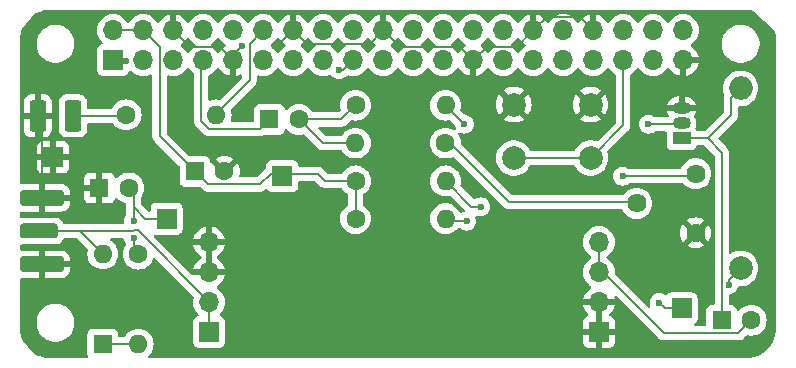
<source format=gbr>
%TF.GenerationSoftware,KiCad,Pcbnew,8.0.8+dfsg-1*%
%TF.CreationDate,2025-06-25T18:22:30+01:00*%
%TF.ProjectId,WOARCWSPR,574f4152-4357-4535-9052-2e6b69636164,rev?*%
%TF.SameCoordinates,Original*%
%TF.FileFunction,Copper,L1,Top*%
%TF.FilePolarity,Positive*%
%FSLAX46Y46*%
G04 Gerber Fmt 4.6, Leading zero omitted, Abs format (unit mm)*
G04 Created by KiCad (PCBNEW 8.0.8+dfsg-1) date 2025-06-25 18:22:30*
%MOMM*%
%LPD*%
G01*
G04 APERTURE LIST*
G04 Aperture macros list*
%AMRoundRect*
0 Rectangle with rounded corners*
0 $1 Rounding radius*
0 $2 $3 $4 $5 $6 $7 $8 $9 X,Y pos of 4 corners*
0 Add a 4 corners polygon primitive as box body*
4,1,4,$2,$3,$4,$5,$6,$7,$8,$9,$2,$3,0*
0 Add four circle primitives for the rounded corners*
1,1,$1+$1,$2,$3*
1,1,$1+$1,$4,$5*
1,1,$1+$1,$6,$7*
1,1,$1+$1,$8,$9*
0 Add four rect primitives between the rounded corners*
20,1,$1+$1,$2,$3,$4,$5,0*
20,1,$1+$1,$4,$5,$6,$7,0*
20,1,$1+$1,$6,$7,$8,$9,0*
20,1,$1+$1,$8,$9,$2,$3,0*%
G04 Aperture macros list end*
%TA.AperFunction,ComponentPad*%
%ADD10R,1.600000X1.600000*%
%TD*%
%TA.AperFunction,ComponentPad*%
%ADD11C,1.600000*%
%TD*%
%TA.AperFunction,ComponentPad*%
%ADD12O,1.600000X1.600000*%
%TD*%
%TA.AperFunction,ComponentPad*%
%ADD13R,1.700000X1.700000*%
%TD*%
%TA.AperFunction,ComponentPad*%
%ADD14O,1.700000X1.700000*%
%TD*%
%TA.AperFunction,ComponentPad*%
%ADD15C,2.000000*%
%TD*%
%TA.AperFunction,ComponentPad*%
%ADD16C,1.620000*%
%TD*%
%TA.AperFunction,ComponentPad*%
%ADD17O,2.000000X2.000000*%
%TD*%
%TA.AperFunction,SMDPad,CuDef*%
%ADD18RoundRect,0.250000X-1.350000X0.385000X-1.350000X-0.385000X1.350000X-0.385000X1.350000X0.385000X0*%
%TD*%
%TA.AperFunction,SMDPad,CuDef*%
%ADD19RoundRect,0.250000X-1.600000X0.425000X-1.600000X-0.425000X1.600000X-0.425000X1.600000X0.425000X0*%
%TD*%
%TA.AperFunction,SMDPad,CuDef*%
%ADD20RoundRect,0.250001X-0.462499X-1.074999X0.462499X-1.074999X0.462499X1.074999X-0.462499X1.074999X0*%
%TD*%
%TA.AperFunction,ComponentPad*%
%ADD21O,1.500000X1.050000*%
%TD*%
%TA.AperFunction,ComponentPad*%
%ADD22R,1.500000X1.050000*%
%TD*%
%TA.AperFunction,ViaPad*%
%ADD23C,0.600000*%
%TD*%
%TA.AperFunction,Conductor*%
%ADD24C,0.200000*%
%TD*%
G04 APERTURE END LIST*
D10*
%TO.P,C4,1*%
%TO.N,GND*%
X166700000Y-45600000D03*
D11*
%TO.P,C4,2*%
%TO.N,Net-(J3-Pin_1)*%
X169200000Y-45600000D03*
%TD*%
%TO.P,R7,1*%
%TO.N,Net-(J3-Pin_1)*%
X170000000Y-51200000D03*
D12*
%TO.P,R7,2*%
%TO.N,Net-(D2-K)*%
X170000000Y-58820000D03*
%TD*%
D13*
%TO.P,J8,1,Pin_1*%
%TO.N,Net-(J8-Pin_1)*%
X216000000Y-55800000D03*
%TD*%
%TO.P,J7,1,Pin_1*%
%TO.N,Net-(J7-Pin_1)*%
X182200000Y-44600000D03*
%TD*%
D14*
%TO.P,J6,4,Pin_4*%
%TO.N,Net-(J6-Pin_3)*%
X209000000Y-50180000D03*
%TO.P,J6,3,Pin_3*%
X209000000Y-52720000D03*
%TO.P,J6,2,Pin_2*%
%TO.N,GND*%
X209000000Y-55260000D03*
D13*
%TO.P,J6,1,Pin_1*%
X209000000Y-57800000D03*
%TD*%
D14*
%TO.P,J5,4,Pin_4*%
%TO.N,GND*%
X176000000Y-50180000D03*
%TO.P,J5,3,Pin_3*%
X176000000Y-52720000D03*
%TO.P,J5,2,Pin_2*%
%TO.N,Net-(D2-A)*%
X176000000Y-55260000D03*
D13*
%TO.P,J5,1,Pin_1*%
X176000000Y-57800000D03*
%TD*%
D15*
%TO.P,SW1,1,1*%
%TO.N,GND*%
X201800000Y-38550000D03*
X208300000Y-38550000D03*
%TO.P,SW1,2,2*%
%TO.N,Net-(J2-GPIO19{slash}MISO1)*%
X201800000Y-43050000D03*
X208300000Y-43050000D03*
%TD*%
D16*
%TO.P,RV1,1,1*%
%TO.N,Net-(R5-Pad2)*%
X217200000Y-44400000D03*
%TO.P,RV1,2,2*%
%TO.N,Net-(R3-Pad1)*%
X212200000Y-46900000D03*
%TO.P,RV1,3,3*%
%TO.N,GND*%
X217200000Y-49400000D03*
%TD*%
D11*
%TO.P,R6,1*%
%TO.N,Net-(D1-A)*%
X168980000Y-39400000D03*
D12*
%TO.P,R6,2*%
%TO.N,Net-(J2-GPIO18{slash}PWM0)*%
X176600000Y-39400000D03*
%TD*%
D11*
%TO.P,R5,1*%
%TO.N,Net-(J7-Pin_1)*%
X188400000Y-48200000D03*
D12*
%TO.P,R5,2*%
%TO.N,Net-(R5-Pad2)*%
X196020000Y-48200000D03*
%TD*%
D11*
%TO.P,R4,1*%
%TO.N,Net-(J7-Pin_1)*%
X188400000Y-45000000D03*
D12*
%TO.P,R4,2*%
%TO.N,Net-(J8-Pin_1)*%
X196020000Y-45000000D03*
%TD*%
D11*
%TO.P,R3,1*%
%TO.N,Net-(R3-Pad1)*%
X196000000Y-41800000D03*
D12*
%TO.P,R3,2*%
%TO.N,Net-(C2-Pad2)*%
X188380000Y-41800000D03*
%TD*%
D11*
%TO.P,R2,1*%
%TO.N,Net-(C2-Pad2)*%
X188400000Y-38600000D03*
D12*
%TO.P,R2,2*%
%TO.N,Net-(Q1-G)*%
X196020000Y-38600000D03*
%TD*%
D15*
%TO.P,L1,1,1*%
%TO.N,Net-(J8-Pin_1)*%
X221000000Y-52400000D03*
D17*
%TO.P,L1,2,2*%
%TO.N,Net-(Q1-D)*%
X221000000Y-37160000D03*
%TD*%
D18*
%TO.P,J4,1,In*%
%TO.N,Net-(D2-A)*%
X161600000Y-49250000D03*
D19*
%TO.P,J4,2,Ext*%
%TO.N,GND*%
X161850000Y-52075000D03*
X161850000Y-46425000D03*
%TD*%
D13*
%TO.P,J3,1,Pin_1*%
%TO.N,Net-(J3-Pin_1)*%
X172400000Y-48200000D03*
%TD*%
D14*
%TO.P,J2,40,GPIO21/SCLK1*%
%TO.N,unconnected-(J2-GPIO21{slash}SCLK1-Pad40)*%
X216135000Y-32235000D03*
%TO.P,J2,39,GND*%
%TO.N,GND*%
X216135000Y-34775000D03*
%TO.P,J2,38,GPIO20/MOSI1*%
%TO.N,unconnected-(J2-GPIO20{slash}MOSI1-Pad38)*%
X213595000Y-32235000D03*
%TO.P,J2,37,GPIO26*%
%TO.N,unconnected-(J2-GPIO26-Pad37)*%
X213595000Y-34775000D03*
%TO.P,J2,36,GPIO16*%
%TO.N,unconnected-(J2-GPIO16-Pad36)*%
X211055000Y-32235000D03*
%TO.P,J2,35,GPIO19/MISO1*%
%TO.N,Net-(J2-GPIO19{slash}MISO1)*%
X211055000Y-34775000D03*
%TO.P,J2,34,GND*%
%TO.N,GND*%
X208515000Y-32235000D03*
%TO.P,J2,33,PWM1/GPIO13*%
%TO.N,unconnected-(J2-PWM1{slash}GPIO13-Pad33)*%
X208515000Y-34775000D03*
%TO.P,J2,32,PWM0/GPIO12*%
%TO.N,unconnected-(J2-PWM0{slash}GPIO12-Pad32)*%
X205975000Y-32235000D03*
%TO.P,J2,31,GCLK2/GPIO6*%
%TO.N,unconnected-(J2-GCLK2{slash}GPIO6-Pad31)*%
X205975000Y-34775000D03*
%TO.P,J2,30,GND*%
%TO.N,GND*%
X203435000Y-32235000D03*
%TO.P,J2,29,GCLK1/GPIO5*%
%TO.N,unconnected-(J2-GCLK1{slash}GPIO5-Pad29)*%
X203435000Y-34775000D03*
%TO.P,J2,28,ID_SC/GPIO1*%
%TO.N,unconnected-(J2-ID_SC{slash}GPIO1-Pad28)*%
X200895000Y-32235000D03*
%TO.P,J2,27,ID_SD/GPIO0*%
%TO.N,unconnected-(J2-ID_SD{slash}GPIO0-Pad27)*%
X200895000Y-34775000D03*
%TO.P,J2,26,~{CE1}/GPIO7*%
%TO.N,unconnected-(J2-~{CE1}{slash}GPIO7-Pad26)*%
X198355000Y-32235000D03*
%TO.P,J2,25,GND*%
%TO.N,GND*%
X198355000Y-34775000D03*
%TO.P,J2,24,~{CE0}/GPIO8*%
%TO.N,unconnected-(J2-~{CE0}{slash}GPIO8-Pad24)*%
X195815000Y-32235000D03*
%TO.P,J2,23,SCLK0/GPIO11*%
%TO.N,unconnected-(J2-SCLK0{slash}GPIO11-Pad23)*%
X195815000Y-34775000D03*
%TO.P,J2,22,GPIO25*%
%TO.N,unconnected-(J2-GPIO25-Pad22)*%
X193275000Y-32235000D03*
%TO.P,J2,21,MISO0/GPIO9*%
%TO.N,unconnected-(J2-MISO0{slash}GPIO9-Pad21)*%
X193275000Y-34775000D03*
%TO.P,J2,20,GND*%
%TO.N,GND*%
X190735000Y-32235000D03*
%TO.P,J2,19,MOSI0/GPIO10*%
%TO.N,unconnected-(J2-MOSI0{slash}GPIO10-Pad19)*%
X190735000Y-34775000D03*
%TO.P,J2,18,GPIO24*%
%TO.N,unconnected-(J2-GPIO24-Pad18)*%
X188195000Y-32235000D03*
%TO.P,J2,17,3V3*%
%TO.N,Net-(J2-3V3-Pad1)*%
X188195000Y-34775000D03*
%TO.P,J2,16,GPIO23*%
%TO.N,unconnected-(J2-GPIO23-Pad16)*%
X185655000Y-32235000D03*
%TO.P,J2,15,GPIO22*%
%TO.N,unconnected-(J2-GPIO22-Pad15)*%
X185655000Y-34775000D03*
%TO.P,J2,14,GND*%
%TO.N,GND*%
X183115000Y-32235000D03*
%TO.P,J2,13,GPIO27*%
%TO.N,unconnected-(J2-GPIO27-Pad13)*%
X183115000Y-34775000D03*
%TO.P,J2,12,GPIO18/PWM0*%
%TO.N,Net-(J2-GPIO18{slash}PWM0)*%
X180575000Y-32235000D03*
%TO.P,J2,11,GPIO17*%
%TO.N,unconnected-(J2-GPIO17-Pad11)*%
X180575000Y-34775000D03*
%TO.P,J2,10,GPIO15/RXD*%
%TO.N,unconnected-(J2-GPIO15{slash}RXD-Pad10)*%
X178035000Y-32235000D03*
%TO.P,J2,9,GND*%
%TO.N,GND*%
X178035000Y-34775000D03*
%TO.P,J2,8,GPIO14/TXD*%
%TO.N,unconnected-(J2-GPIO14{slash}TXD-Pad8)*%
X175495000Y-32235000D03*
%TO.P,J2,7,GCLK0/GPIO4*%
%TO.N,Net-(J2-GCLK0{slash}GPIO4)*%
X175495000Y-34775000D03*
%TO.P,J2,6,GND*%
%TO.N,GND*%
X172955000Y-32235000D03*
%TO.P,J2,5,SCL/GPIO3*%
%TO.N,unconnected-(J2-SCL{slash}GPIO3-Pad5)*%
X172955000Y-34775000D03*
%TO.P,J2,4,5V*%
%TO.N,Net-(J7-Pin_1)*%
X170415000Y-32235000D03*
%TO.P,J2,3,SDA/GPIO2*%
%TO.N,unconnected-(J2-SDA{slash}GPIO2-Pad3)*%
X170415000Y-34775000D03*
%TO.P,J2,2,5V*%
%TO.N,Net-(J7-Pin_1)*%
X167875000Y-32235000D03*
D13*
%TO.P,J2,1,3V3*%
%TO.N,Net-(J2-3V3-Pad1)*%
X167875000Y-34775000D03*
%TD*%
%TO.P,J1,1,Pin_1*%
%TO.N,GND*%
X162800000Y-43000000D03*
%TD*%
D10*
%TO.P,D2,1,K*%
%TO.N,Net-(D2-K)*%
X167000000Y-58800000D03*
D12*
%TO.P,D2,2,A*%
%TO.N,Net-(D2-A)*%
X167000000Y-51180000D03*
%TD*%
D20*
%TO.P,D1,1,K*%
%TO.N,GND*%
X161500000Y-39500000D03*
%TO.P,D1,2,A*%
%TO.N,Net-(D1-A)*%
X164475000Y-39500000D03*
%TD*%
D11*
%TO.P,C1,2*%
%TO.N,GND*%
X177300000Y-44200000D03*
D10*
%TO.P,C1,1*%
%TO.N,Net-(J7-Pin_1)*%
X174800000Y-44200000D03*
%TD*%
%TO.P,C2,1*%
%TO.N,Net-(J2-GCLK0{slash}GPIO4)*%
X181100000Y-39800000D03*
D11*
%TO.P,C2,2*%
%TO.N,Net-(C2-Pad2)*%
X183600000Y-39800000D03*
%TD*%
D10*
%TO.P,C3,1*%
%TO.N,Net-(Q1-D)*%
X219400000Y-56800000D03*
D11*
%TO.P,C3,2*%
%TO.N,Net-(J6-Pin_3)*%
X221900000Y-56800000D03*
%TD*%
D21*
%TO.P,Q1,3,S*%
%TO.N,GND*%
X216000000Y-38860000D03*
%TO.P,Q1,2,G*%
%TO.N,Net-(Q1-G)*%
X216000000Y-40130000D03*
D22*
%TO.P,Q1,1,D*%
%TO.N,Net-(Q1-D)*%
X216000000Y-41400000D03*
%TD*%
D23*
%TO.N,GND*%
X181600000Y-33600000D03*
X178800000Y-33600000D03*
X161600000Y-37200000D03*
%TO.N,Net-(J2-3V3-Pad1)*%
X187000000Y-35600000D03*
X168924377Y-34811185D03*
%TO.N,Net-(J8-Pin_1)*%
X214100000Y-55300000D03*
%TO.N,Net-(R5-Pad2)*%
X211000000Y-44600000D03*
X197800000Y-48400000D03*
%TO.N,Net-(J8-Pin_1)*%
X220000000Y-53800000D03*
X199000000Y-47200000D03*
%TO.N,Net-(Q1-G)*%
X213200000Y-40200000D03*
X197600000Y-40200000D03*
%TO.N,Net-(J3-Pin_1)*%
X169600000Y-48400000D03*
X169600000Y-49850000D03*
%TD*%
D24*
%TO.N,Net-(Q1-D)*%
X219400000Y-56800000D02*
X219400000Y-42600000D01*
X219400000Y-42600000D02*
X218200000Y-41400000D01*
%TO.N,Net-(J3-Pin_1)*%
X169600000Y-48400000D02*
X169600000Y-47200000D01*
X169600000Y-47200000D02*
X169600000Y-46000000D01*
X172400000Y-48200000D02*
X170600000Y-48200000D01*
X170600000Y-48200000D02*
X169600000Y-47200000D01*
X169600000Y-46000000D02*
X169200000Y-45600000D01*
%TO.N,Net-(J8-Pin_1)*%
X220000000Y-53800000D02*
X220000000Y-53400000D01*
X220000000Y-53400000D02*
X221000000Y-52400000D01*
X214100000Y-55300000D02*
X214600000Y-55800000D01*
X214600000Y-55800000D02*
X216000000Y-55800000D01*
%TO.N,Net-(Q1-G)*%
X213200000Y-40200000D02*
X215930000Y-40200000D01*
%TO.N,Net-(R5-Pad2)*%
X211000000Y-44600000D02*
X217000000Y-44600000D01*
X217000000Y-44600000D02*
X217200000Y-44400000D01*
%TO.N,Net-(R3-Pad1)*%
X196000000Y-41800000D02*
X196400000Y-41800000D01*
X196400000Y-41800000D02*
X201400000Y-46800000D01*
X201400000Y-46800000D02*
X212100000Y-46800000D01*
X212100000Y-46800000D02*
X212200000Y-46900000D01*
%TO.N,Net-(R5-Pad2)*%
X196220000Y-48400000D02*
X197800000Y-48400000D01*
%TO.N,Net-(J7-Pin_1)*%
X188400000Y-48200000D02*
X188400000Y-45000000D01*
%TO.N,Net-(R5-Pad2)*%
X196020000Y-48200000D02*
X196220000Y-48400000D01*
%TO.N,Net-(J7-Pin_1)*%
X181200000Y-44400000D02*
X185200000Y-44400000D01*
%TO.N,Net-(J8-Pin_1)*%
X199000000Y-47200000D02*
X198979999Y-47179999D01*
X198979999Y-47179999D02*
X198199999Y-47179999D01*
%TO.N,Net-(J7-Pin_1)*%
X185200000Y-44400000D02*
X185800000Y-45000000D01*
%TO.N,Net-(J8-Pin_1)*%
X198199999Y-47179999D02*
X196020000Y-45000000D01*
%TO.N,Net-(J7-Pin_1)*%
X185800000Y-45000000D02*
X188400000Y-45000000D01*
%TO.N,Net-(C2-Pad2)*%
X183600000Y-39800000D02*
X185600000Y-41800000D01*
X185600000Y-41800000D02*
X188380000Y-41800000D01*
X183600000Y-39800000D02*
X187200000Y-39800000D01*
X187200000Y-39800000D02*
X188400000Y-38600000D01*
%TO.N,Net-(Q1-G)*%
X196020000Y-38600000D02*
X196020000Y-38620000D01*
X196020000Y-38620000D02*
X197600000Y-40200000D01*
%TO.N,GND*%
X181600000Y-33600000D02*
X181750000Y-33600000D01*
X178035000Y-34775000D02*
X178035000Y-34365000D01*
X181750000Y-33600000D02*
X183115000Y-32235000D01*
X178035000Y-34365000D02*
X178800000Y-33600000D01*
X178775000Y-34775000D02*
X178800000Y-34800000D01*
X178035000Y-34775000D02*
X178775000Y-34775000D01*
X190735000Y-32235000D02*
X189585000Y-33385000D01*
X189585000Y-33385000D02*
X184265000Y-33385000D01*
X184265000Y-33385000D02*
X183115000Y-32235000D01*
X198355000Y-34775000D02*
X197205000Y-33625000D01*
X197205000Y-33625000D02*
X192125000Y-33625000D01*
X192125000Y-33625000D02*
X190735000Y-32235000D01*
X203435000Y-32235000D02*
X202045000Y-33625000D01*
X202045000Y-33625000D02*
X199505000Y-33625000D01*
X199505000Y-33625000D02*
X198355000Y-34775000D01*
X203435000Y-32235000D02*
X204585000Y-31085000D01*
X204585000Y-31085000D02*
X207365000Y-31085000D01*
X207365000Y-31085000D02*
X208515000Y-32235000D01*
X178035000Y-34775000D02*
X176885000Y-33625000D01*
X176885000Y-33625000D02*
X174345000Y-33625000D01*
X174345000Y-33625000D02*
X172955000Y-32235000D01*
X161500000Y-39500000D02*
X161500000Y-39700000D01*
X161500000Y-39700000D02*
X161850000Y-40050000D01*
X161850000Y-40050000D02*
X161850000Y-46425000D01*
X161500000Y-37300000D02*
X161500000Y-39500000D01*
X161600000Y-37200000D02*
X161500000Y-37300000D01*
%TO.N,Net-(J2-3V3-Pad1)*%
X167875000Y-34775000D02*
X168888192Y-34775000D01*
X168888192Y-34775000D02*
X168924377Y-34811185D01*
X187000000Y-35600000D02*
X187370000Y-35600000D01*
X187370000Y-35600000D02*
X188195000Y-34775000D01*
%TO.N,Net-(D2-K)*%
X167000000Y-58800000D02*
X169980000Y-58800000D01*
X169980000Y-58800000D02*
X170000000Y-58820000D01*
%TO.N,Net-(J7-Pin_1)*%
X167875000Y-32235000D02*
X170415000Y-32235000D01*
X170415000Y-32235000D02*
X171805000Y-33625000D01*
%TO.N,Net-(D2-A)*%
X167000000Y-51180000D02*
X165070000Y-49250000D01*
X165070000Y-49250000D02*
X161600000Y-49250000D01*
X169940000Y-49200000D02*
X169600000Y-49200000D01*
X169600000Y-49200000D02*
X169550000Y-49250000D01*
X176000000Y-55260000D02*
X169940000Y-49200000D01*
X169550000Y-49250000D02*
X161600000Y-49250000D01*
%TO.N,Net-(J3-Pin_1)*%
X169600000Y-50800000D02*
X169600000Y-49850000D01*
X170000000Y-51200000D02*
X169600000Y-50800000D01*
%TO.N,Net-(D2-A)*%
X176000000Y-55260000D02*
X176000000Y-55000000D01*
%TO.N,Net-(J7-Pin_1)*%
X181200000Y-44400000D02*
X180300000Y-45300000D01*
X175900000Y-45300000D02*
X174800000Y-44200000D01*
X180300000Y-45300000D02*
X175900000Y-45300000D01*
X174800000Y-44200000D02*
X171805000Y-41205000D01*
X171805000Y-41205000D02*
X171805000Y-33625000D01*
%TO.N,Net-(J6-Pin_3)*%
X209000000Y-52720000D02*
X209000000Y-50180000D01*
X221900000Y-56800000D02*
X220800000Y-57900000D01*
X220800000Y-57900000D02*
X214500000Y-57900000D01*
X214500000Y-57900000D02*
X209320000Y-52720000D01*
X209320000Y-52720000D02*
X209000000Y-52720000D01*
%TO.N,Net-(Q1-D)*%
X220200000Y-39400000D02*
X218200000Y-41400000D01*
X221000000Y-37160000D02*
X220200000Y-37960000D01*
X220200000Y-37960000D02*
X220200000Y-39400000D01*
X218200000Y-41400000D02*
X216000000Y-41400000D01*
%TO.N,Net-(J2-GPIO19{slash}MISO1)*%
X201800000Y-43050000D02*
X208300000Y-43050000D01*
X208300000Y-43050000D02*
X211055000Y-40295000D01*
X211055000Y-40295000D02*
X211055000Y-34775000D01*
%TO.N,Net-(Q1-G)*%
X215930000Y-40200000D02*
X216000000Y-40130000D01*
%TO.N,Net-(D2-A)*%
X176000000Y-57800000D02*
X176000000Y-55260000D01*
%TO.N,Net-(J2-GCLK0{slash}GPIO4)*%
X175495000Y-34895000D02*
X175600000Y-35000000D01*
X175495000Y-34775000D02*
X175495000Y-34895000D01*
X175600000Y-35000000D02*
X175310000Y-35290000D01*
X175310000Y-35290000D02*
X175310000Y-39955635D01*
X175310000Y-39955635D02*
X175954365Y-40600000D01*
X175954365Y-40600000D02*
X180300000Y-40600000D01*
X180300000Y-40600000D02*
X181100000Y-39800000D01*
%TO.N,Net-(D1-A)*%
X168790000Y-39500000D02*
X164475000Y-39500000D01*
%TO.N,Net-(J2-GPIO18{slash}PWM0)*%
X180575000Y-32235000D02*
X179425000Y-33385000D01*
X179425000Y-33385000D02*
X179425000Y-36485000D01*
X179425000Y-36485000D02*
X176410000Y-39500000D01*
%TD*%
%TA.AperFunction,Conductor*%
%TO.N,GND*%
G36*
X209250000Y-57366988D02*
G01*
X209192993Y-57334075D01*
X209065826Y-57300000D01*
X208934174Y-57300000D01*
X208807007Y-57334075D01*
X208750000Y-57366988D01*
X208750000Y-55693012D01*
X208807007Y-55725925D01*
X208934174Y-55760000D01*
X209065826Y-55760000D01*
X209192993Y-55725925D01*
X209250000Y-55693012D01*
X209250000Y-57366988D01*
G37*
%TD.AperFunction*%
%TA.AperFunction,Conductor*%
G36*
X178285000Y-36105633D02*
G01*
X178498483Y-36048433D01*
X178498492Y-36048429D01*
X178648095Y-35978669D01*
X178717173Y-35968177D01*
X178780957Y-35996697D01*
X178819196Y-36055173D01*
X178824500Y-36091051D01*
X178824500Y-36184902D01*
X178804815Y-36251941D01*
X178788181Y-36272583D01*
X176971724Y-38089039D01*
X176910401Y-38122524D01*
X176851950Y-38121133D01*
X176836395Y-38116965D01*
X176826693Y-38114365D01*
X176826686Y-38114364D01*
X176600002Y-38094532D01*
X176599998Y-38094532D01*
X176373313Y-38114364D01*
X176373302Y-38114366D01*
X176153511Y-38173258D01*
X176153502Y-38173262D01*
X176086905Y-38204317D01*
X176017828Y-38214809D01*
X175954043Y-38186289D01*
X175915804Y-38127813D01*
X175910500Y-38091935D01*
X175910500Y-36150358D01*
X175930185Y-36083319D01*
X175982093Y-36037976D01*
X176172830Y-35949035D01*
X176366401Y-35813495D01*
X176533495Y-35646401D01*
X176663730Y-35460405D01*
X176718307Y-35416781D01*
X176787805Y-35409587D01*
X176850160Y-35441110D01*
X176866879Y-35460405D01*
X176996890Y-35646078D01*
X177163917Y-35813105D01*
X177357421Y-35948600D01*
X177571507Y-36048429D01*
X177571516Y-36048433D01*
X177785000Y-36105634D01*
X177785000Y-35208012D01*
X177842007Y-35240925D01*
X177969174Y-35275000D01*
X178100826Y-35275000D01*
X178227993Y-35240925D01*
X178285000Y-35208012D01*
X178285000Y-36105633D01*
G37*
%TD.AperFunction*%
%TA.AperFunction,Conductor*%
G36*
X176849855Y-32901546D02*
G01*
X176866575Y-32920842D01*
X176996501Y-33106396D01*
X176996506Y-33106402D01*
X177163597Y-33273493D01*
X177163603Y-33273498D01*
X177236946Y-33324853D01*
X177330439Y-33390318D01*
X177349594Y-33403730D01*
X177393219Y-33458307D01*
X177400413Y-33527805D01*
X177368890Y-33590160D01*
X177349595Y-33606880D01*
X177163922Y-33736890D01*
X177163920Y-33736891D01*
X176996891Y-33903920D01*
X176996890Y-33903922D01*
X176866880Y-34089595D01*
X176812303Y-34133219D01*
X176742804Y-34140412D01*
X176680450Y-34108890D01*
X176663730Y-34089594D01*
X176533494Y-33903597D01*
X176366402Y-33736506D01*
X176366396Y-33736501D01*
X176180842Y-33606575D01*
X176137217Y-33551998D01*
X176130023Y-33482500D01*
X176161546Y-33420145D01*
X176180842Y-33403425D01*
X176243800Y-33359341D01*
X176366401Y-33273495D01*
X176533495Y-33106401D01*
X176663425Y-32920842D01*
X176718002Y-32877217D01*
X176787500Y-32870023D01*
X176849855Y-32901546D01*
G37*
%TD.AperFunction*%
%TA.AperFunction,Conductor*%
G36*
X197169855Y-32901546D02*
G01*
X197186575Y-32920842D01*
X197316501Y-33106396D01*
X197316506Y-33106402D01*
X197483597Y-33273493D01*
X197483603Y-33273498D01*
X197556946Y-33324853D01*
X197650439Y-33390318D01*
X197669594Y-33403730D01*
X197713219Y-33458307D01*
X197720413Y-33527805D01*
X197688890Y-33590160D01*
X197669595Y-33606880D01*
X197483922Y-33736890D01*
X197483920Y-33736891D01*
X197316891Y-33903920D01*
X197316890Y-33903922D01*
X197186880Y-34089595D01*
X197132303Y-34133219D01*
X197062804Y-34140412D01*
X197000450Y-34108890D01*
X196983730Y-34089594D01*
X196853494Y-33903597D01*
X196686402Y-33736506D01*
X196686396Y-33736501D01*
X196500842Y-33606575D01*
X196457217Y-33551998D01*
X196450023Y-33482500D01*
X196481546Y-33420145D01*
X196500842Y-33403425D01*
X196563800Y-33359341D01*
X196686401Y-33273495D01*
X196853495Y-33106401D01*
X196983425Y-32920842D01*
X197038002Y-32877217D01*
X197107500Y-32870023D01*
X197169855Y-32901546D01*
G37*
%TD.AperFunction*%
%TA.AperFunction,Conductor*%
G36*
X199709855Y-32901546D02*
G01*
X199726575Y-32920842D01*
X199856501Y-33106396D01*
X199856506Y-33106402D01*
X200023597Y-33273493D01*
X200023603Y-33273498D01*
X200209158Y-33403425D01*
X200252783Y-33458002D01*
X200259977Y-33527500D01*
X200228454Y-33589855D01*
X200209158Y-33606575D01*
X200023597Y-33736505D01*
X199856508Y-33903594D01*
X199726269Y-34089595D01*
X199671692Y-34133219D01*
X199602193Y-34140412D01*
X199539839Y-34108890D01*
X199523119Y-34089594D01*
X199393113Y-33903926D01*
X199393108Y-33903920D01*
X199226078Y-33736890D01*
X199040405Y-33606879D01*
X198996780Y-33552302D01*
X198989588Y-33482804D01*
X199021110Y-33420449D01*
X199040406Y-33403730D01*
X199055423Y-33393215D01*
X199226401Y-33273495D01*
X199393495Y-33106401D01*
X199523425Y-32920842D01*
X199578002Y-32877217D01*
X199647500Y-32870023D01*
X199709855Y-32901546D01*
G37*
%TD.AperFunction*%
%TA.AperFunction,Conductor*%
G36*
X174309549Y-32901110D02*
G01*
X174326269Y-32920405D01*
X174456505Y-33106401D01*
X174456506Y-33106402D01*
X174623597Y-33273493D01*
X174623603Y-33273498D01*
X174809158Y-33403425D01*
X174852783Y-33458002D01*
X174859977Y-33527500D01*
X174828454Y-33589855D01*
X174809158Y-33606575D01*
X174623597Y-33736505D01*
X174456505Y-33903597D01*
X174326575Y-34089158D01*
X174271998Y-34132783D01*
X174202500Y-34139977D01*
X174140145Y-34108454D01*
X174123425Y-34089158D01*
X173993494Y-33903597D01*
X173826402Y-33736506D01*
X173826401Y-33736505D01*
X173658844Y-33619180D01*
X173640405Y-33606269D01*
X173596781Y-33551692D01*
X173589588Y-33482193D01*
X173621110Y-33419839D01*
X173640405Y-33403119D01*
X173826082Y-33273105D01*
X173993105Y-33106082D01*
X174123119Y-32920405D01*
X174177696Y-32876781D01*
X174247195Y-32869588D01*
X174309549Y-32901110D01*
G37*
%TD.AperFunction*%
%TA.AperFunction,Conductor*%
G36*
X181930160Y-32901110D02*
G01*
X181946879Y-32920405D01*
X182076890Y-33106078D01*
X182243917Y-33273105D01*
X182429595Y-33403119D01*
X182473219Y-33457696D01*
X182480412Y-33527195D01*
X182448890Y-33589549D01*
X182429595Y-33606269D01*
X182243594Y-33736508D01*
X182076505Y-33903597D01*
X181946575Y-34089158D01*
X181891998Y-34132783D01*
X181822500Y-34139977D01*
X181760145Y-34108454D01*
X181743425Y-34089158D01*
X181613494Y-33903597D01*
X181446402Y-33736506D01*
X181446396Y-33736501D01*
X181260842Y-33606575D01*
X181217217Y-33551998D01*
X181210023Y-33482500D01*
X181241546Y-33420145D01*
X181260842Y-33403425D01*
X181323800Y-33359341D01*
X181446401Y-33273495D01*
X181613495Y-33106401D01*
X181743730Y-32920405D01*
X181798307Y-32876781D01*
X181867805Y-32869587D01*
X181930160Y-32901110D01*
G37*
%TD.AperFunction*%
%TA.AperFunction,Conductor*%
G36*
X184469549Y-32901110D02*
G01*
X184486269Y-32920405D01*
X184616505Y-33106401D01*
X184616506Y-33106402D01*
X184783597Y-33273493D01*
X184783603Y-33273498D01*
X184969158Y-33403425D01*
X185012783Y-33458002D01*
X185019977Y-33527500D01*
X184988454Y-33589855D01*
X184969158Y-33606575D01*
X184783597Y-33736505D01*
X184616505Y-33903597D01*
X184486575Y-34089158D01*
X184431998Y-34132783D01*
X184362500Y-34139977D01*
X184300145Y-34108454D01*
X184283425Y-34089158D01*
X184153494Y-33903597D01*
X183986402Y-33736506D01*
X183986401Y-33736505D01*
X183818844Y-33619180D01*
X183800405Y-33606269D01*
X183756781Y-33551692D01*
X183749588Y-33482193D01*
X183781110Y-33419839D01*
X183800405Y-33403119D01*
X183986082Y-33273105D01*
X184153105Y-33106082D01*
X184283119Y-32920405D01*
X184337696Y-32876781D01*
X184407195Y-32869588D01*
X184469549Y-32901110D01*
G37*
%TD.AperFunction*%
%TA.AperFunction,Conductor*%
G36*
X187009855Y-32901546D02*
G01*
X187026575Y-32920842D01*
X187156501Y-33106396D01*
X187156506Y-33106402D01*
X187323597Y-33273493D01*
X187323603Y-33273498D01*
X187509158Y-33403425D01*
X187552783Y-33458002D01*
X187559977Y-33527500D01*
X187528454Y-33589855D01*
X187509158Y-33606575D01*
X187323597Y-33736505D01*
X187156505Y-33903597D01*
X187026575Y-34089158D01*
X186971998Y-34132783D01*
X186902500Y-34139977D01*
X186840145Y-34108454D01*
X186823425Y-34089158D01*
X186693494Y-33903597D01*
X186526402Y-33736506D01*
X186526396Y-33736501D01*
X186340842Y-33606575D01*
X186297217Y-33551998D01*
X186290023Y-33482500D01*
X186321546Y-33420145D01*
X186340842Y-33403425D01*
X186403800Y-33359341D01*
X186526401Y-33273495D01*
X186693495Y-33106401D01*
X186823425Y-32920842D01*
X186878002Y-32877217D01*
X186947500Y-32870023D01*
X187009855Y-32901546D01*
G37*
%TD.AperFunction*%
%TA.AperFunction,Conductor*%
G36*
X189550160Y-32901110D02*
G01*
X189566879Y-32920405D01*
X189696890Y-33106078D01*
X189863917Y-33273105D01*
X190049595Y-33403119D01*
X190093219Y-33457696D01*
X190100412Y-33527195D01*
X190068890Y-33589549D01*
X190049595Y-33606269D01*
X189863594Y-33736508D01*
X189696505Y-33903597D01*
X189566575Y-34089158D01*
X189511998Y-34132783D01*
X189442500Y-34139977D01*
X189380145Y-34108454D01*
X189363425Y-34089158D01*
X189233494Y-33903597D01*
X189066402Y-33736506D01*
X189066396Y-33736501D01*
X188880842Y-33606575D01*
X188837217Y-33551998D01*
X188830023Y-33482500D01*
X188861546Y-33420145D01*
X188880842Y-33403425D01*
X188943800Y-33359341D01*
X189066401Y-33273495D01*
X189233495Y-33106401D01*
X189363730Y-32920405D01*
X189418307Y-32876781D01*
X189487805Y-32869587D01*
X189550160Y-32901110D01*
G37*
%TD.AperFunction*%
%TA.AperFunction,Conductor*%
G36*
X192089549Y-32901110D02*
G01*
X192106269Y-32920405D01*
X192236505Y-33106401D01*
X192236506Y-33106402D01*
X192403597Y-33273493D01*
X192403603Y-33273498D01*
X192589158Y-33403425D01*
X192632783Y-33458002D01*
X192639977Y-33527500D01*
X192608454Y-33589855D01*
X192589158Y-33606575D01*
X192403597Y-33736505D01*
X192236505Y-33903597D01*
X192106575Y-34089158D01*
X192051998Y-34132783D01*
X191982500Y-34139977D01*
X191920145Y-34108454D01*
X191903425Y-34089158D01*
X191773494Y-33903597D01*
X191606402Y-33736506D01*
X191606401Y-33736505D01*
X191438844Y-33619180D01*
X191420405Y-33606269D01*
X191376781Y-33551692D01*
X191369588Y-33482193D01*
X191401110Y-33419839D01*
X191420405Y-33403119D01*
X191606082Y-33273105D01*
X191773105Y-33106082D01*
X191903119Y-32920405D01*
X191957696Y-32876781D01*
X192027195Y-32869588D01*
X192089549Y-32901110D01*
G37*
%TD.AperFunction*%
%TA.AperFunction,Conductor*%
G36*
X194629855Y-32901546D02*
G01*
X194646575Y-32920842D01*
X194776501Y-33106396D01*
X194776506Y-33106402D01*
X194943597Y-33273493D01*
X194943603Y-33273498D01*
X195129158Y-33403425D01*
X195172783Y-33458002D01*
X195179977Y-33527500D01*
X195148454Y-33589855D01*
X195129158Y-33606575D01*
X194943597Y-33736505D01*
X194776505Y-33903597D01*
X194646575Y-34089158D01*
X194591998Y-34132783D01*
X194522500Y-34139977D01*
X194460145Y-34108454D01*
X194443425Y-34089158D01*
X194313494Y-33903597D01*
X194146402Y-33736506D01*
X194146396Y-33736501D01*
X193960842Y-33606575D01*
X193917217Y-33551998D01*
X193910023Y-33482500D01*
X193941546Y-33420145D01*
X193960842Y-33403425D01*
X194023800Y-33359341D01*
X194146401Y-33273495D01*
X194313495Y-33106401D01*
X194443425Y-32920842D01*
X194498002Y-32877217D01*
X194567500Y-32870023D01*
X194629855Y-32901546D01*
G37*
%TD.AperFunction*%
%TA.AperFunction,Conductor*%
G36*
X202250160Y-32901110D02*
G01*
X202266879Y-32920405D01*
X202396890Y-33106078D01*
X202563917Y-33273105D01*
X202749595Y-33403119D01*
X202793219Y-33457696D01*
X202800412Y-33527195D01*
X202768890Y-33589549D01*
X202749595Y-33606269D01*
X202563594Y-33736508D01*
X202396505Y-33903597D01*
X202266575Y-34089158D01*
X202211998Y-34132783D01*
X202142500Y-34139977D01*
X202080145Y-34108454D01*
X202063425Y-34089158D01*
X201933494Y-33903597D01*
X201766402Y-33736506D01*
X201766396Y-33736501D01*
X201580842Y-33606575D01*
X201537217Y-33551998D01*
X201530023Y-33482500D01*
X201561546Y-33420145D01*
X201580842Y-33403425D01*
X201643800Y-33359341D01*
X201766401Y-33273495D01*
X201933495Y-33106401D01*
X202063730Y-32920405D01*
X202118307Y-32876781D01*
X202187805Y-32869587D01*
X202250160Y-32901110D01*
G37*
%TD.AperFunction*%
%TA.AperFunction,Conductor*%
G36*
X221503736Y-30500726D02*
G01*
X221793800Y-30518271D01*
X221808655Y-30520075D01*
X221957808Y-30547408D01*
X222020063Y-30578726D01*
X223883781Y-32318196D01*
X223917559Y-32371954D01*
X223924636Y-32394663D01*
X223928220Y-32409205D01*
X223979923Y-32691341D01*
X223981728Y-32706205D01*
X223999274Y-32996263D01*
X223999500Y-33003750D01*
X223999500Y-57496249D01*
X223999274Y-57503736D01*
X223981728Y-57793794D01*
X223979923Y-57808659D01*
X223928219Y-58090798D01*
X223924635Y-58105336D01*
X223839306Y-58379167D01*
X223833997Y-58393168D01*
X223716275Y-58654736D01*
X223709316Y-58667995D01*
X223560924Y-58913464D01*
X223552418Y-58925787D01*
X223398408Y-59122366D01*
X223384904Y-59137009D01*
X222989575Y-59501928D01*
X222981942Y-59508422D01*
X222925784Y-59552420D01*
X222913460Y-59560927D01*
X222667995Y-59709316D01*
X222654736Y-59716275D01*
X222393168Y-59833997D01*
X222379167Y-59839306D01*
X222105336Y-59924635D01*
X222090798Y-59928219D01*
X221808659Y-59979923D01*
X221793794Y-59981728D01*
X221503736Y-59999274D01*
X221496249Y-59999500D01*
X170959049Y-59999500D01*
X170892010Y-59979815D01*
X170846255Y-59927011D01*
X170836311Y-59857853D01*
X170865336Y-59794297D01*
X170871368Y-59787819D01*
X171000045Y-59659141D01*
X171000047Y-59659139D01*
X171130568Y-59472734D01*
X171226739Y-59266496D01*
X171285635Y-59046692D01*
X171305468Y-58820000D01*
X171285635Y-58593308D01*
X171226739Y-58373504D01*
X171130568Y-58167266D01*
X171000047Y-57980861D01*
X171000045Y-57980858D01*
X170839141Y-57819954D01*
X170652734Y-57689432D01*
X170652732Y-57689431D01*
X170446497Y-57593261D01*
X170446488Y-57593258D01*
X170226697Y-57534366D01*
X170226693Y-57534365D01*
X170226692Y-57534365D01*
X170226691Y-57534364D01*
X170226686Y-57534364D01*
X170000002Y-57514532D01*
X169999998Y-57514532D01*
X169773313Y-57534364D01*
X169773302Y-57534366D01*
X169553511Y-57593258D01*
X169553502Y-57593261D01*
X169347267Y-57689431D01*
X169347265Y-57689432D01*
X169160858Y-57819954D01*
X168999954Y-57980858D01*
X168945621Y-58058456D01*
X168883885Y-58146624D01*
X168829311Y-58190248D01*
X168782312Y-58199500D01*
X168424499Y-58199500D01*
X168357460Y-58179815D01*
X168311705Y-58127011D01*
X168300499Y-58075500D01*
X168300499Y-57952129D01*
X168300498Y-57952123D01*
X168300497Y-57952116D01*
X168294091Y-57892517D01*
X168267026Y-57819953D01*
X168243797Y-57757671D01*
X168243793Y-57757664D01*
X168157547Y-57642455D01*
X168157544Y-57642452D01*
X168042335Y-57556206D01*
X168042328Y-57556202D01*
X167907482Y-57505908D01*
X167907483Y-57505908D01*
X167847883Y-57499501D01*
X167847881Y-57499500D01*
X167847873Y-57499500D01*
X167847864Y-57499500D01*
X166152129Y-57499500D01*
X166152123Y-57499501D01*
X166092516Y-57505908D01*
X165957671Y-57556202D01*
X165957664Y-57556206D01*
X165842455Y-57642452D01*
X165842452Y-57642455D01*
X165756206Y-57757664D01*
X165756202Y-57757671D01*
X165705908Y-57892517D01*
X165699501Y-57952116D01*
X165699501Y-57952123D01*
X165699500Y-57952135D01*
X165699500Y-59647870D01*
X165699501Y-59647876D01*
X165705908Y-59707483D01*
X165752413Y-59832167D01*
X165757397Y-59901859D01*
X165723912Y-59963182D01*
X165662589Y-59996666D01*
X165636231Y-59999500D01*
X162503751Y-59999500D01*
X162496264Y-59999274D01*
X162206205Y-59981728D01*
X162191340Y-59979923D01*
X161909201Y-59928219D01*
X161894663Y-59924635D01*
X161620832Y-59839306D01*
X161606831Y-59833996D01*
X161345263Y-59716273D01*
X161332004Y-59709315D01*
X161130440Y-59587466D01*
X161100885Y-59562560D01*
X161053965Y-59508422D01*
X160694624Y-59093797D01*
X160262812Y-58595552D01*
X160243442Y-58565232D01*
X160214309Y-58500501D01*
X160166002Y-58393168D01*
X160160698Y-58379181D01*
X160075363Y-58105335D01*
X160071780Y-58090798D01*
X160070834Y-58085635D01*
X160020075Y-57808657D01*
X160018271Y-57793794D01*
X160000726Y-57503736D01*
X160000500Y-57496249D01*
X160000500Y-56874038D01*
X161399500Y-56874038D01*
X161399500Y-57125962D01*
X161403746Y-57152770D01*
X161438910Y-57374785D01*
X161516760Y-57614383D01*
X161589766Y-57757664D01*
X161615749Y-57808659D01*
X161631132Y-57838848D01*
X161779201Y-58042649D01*
X161779205Y-58042654D01*
X161957345Y-58220794D01*
X161957350Y-58220798D01*
X162066363Y-58300000D01*
X162161155Y-58368870D01*
X162282384Y-58430639D01*
X162385616Y-58483239D01*
X162385618Y-58483239D01*
X162385621Y-58483241D01*
X162625215Y-58561090D01*
X162874038Y-58600500D01*
X162874039Y-58600500D01*
X163125961Y-58600500D01*
X163125962Y-58600500D01*
X163374785Y-58561090D01*
X163614379Y-58483241D01*
X163838845Y-58368870D01*
X164042656Y-58220793D01*
X164220793Y-58042656D01*
X164368870Y-57838845D01*
X164483241Y-57614379D01*
X164561090Y-57374785D01*
X164600500Y-57125962D01*
X164600500Y-56874038D01*
X164561090Y-56625215D01*
X164483241Y-56385621D01*
X164483239Y-56385618D01*
X164483239Y-56385616D01*
X164430329Y-56281776D01*
X164368870Y-56161155D01*
X164346717Y-56130664D01*
X164220798Y-55957350D01*
X164220794Y-55957345D01*
X164042654Y-55779205D01*
X164042649Y-55779201D01*
X163838848Y-55631132D01*
X163838847Y-55631131D01*
X163838845Y-55631130D01*
X163725265Y-55573258D01*
X163614383Y-55516760D01*
X163374785Y-55438910D01*
X163299658Y-55427011D01*
X163125962Y-55399500D01*
X162874038Y-55399500D01*
X162749626Y-55419205D01*
X162625214Y-55438910D01*
X162385616Y-55516760D01*
X162161151Y-55631132D01*
X161957350Y-55779201D01*
X161957345Y-55779205D01*
X161779205Y-55957345D01*
X161779201Y-55957350D01*
X161631132Y-56161151D01*
X161516760Y-56385616D01*
X161438910Y-56625214D01*
X161427400Y-56697883D01*
X161399500Y-56874038D01*
X160000500Y-56874038D01*
X160000500Y-53366930D01*
X160020185Y-53299891D01*
X160072989Y-53254136D01*
X160137103Y-53243572D01*
X160200020Y-53249999D01*
X161599999Y-53249999D01*
X162100000Y-53249999D01*
X163499972Y-53249999D01*
X163499986Y-53249998D01*
X163602697Y-53239505D01*
X163769119Y-53184358D01*
X163769124Y-53184356D01*
X163918345Y-53092315D01*
X164042315Y-52968345D01*
X164134356Y-52819124D01*
X164134358Y-52819119D01*
X164189505Y-52652697D01*
X164189506Y-52652690D01*
X164199999Y-52549986D01*
X164200000Y-52549973D01*
X164200000Y-52325000D01*
X162100000Y-52325000D01*
X162100000Y-53249999D01*
X161599999Y-53249999D01*
X161600000Y-53249998D01*
X161600000Y-51825000D01*
X162100000Y-51825000D01*
X164199999Y-51825000D01*
X164199999Y-51600028D01*
X164199998Y-51600013D01*
X164189505Y-51497302D01*
X164134358Y-51330880D01*
X164134356Y-51330875D01*
X164042315Y-51181654D01*
X163918345Y-51057684D01*
X163769124Y-50965643D01*
X163769119Y-50965641D01*
X163602697Y-50910494D01*
X163602690Y-50910493D01*
X163499986Y-50900000D01*
X162100000Y-50900000D01*
X162100000Y-51825000D01*
X161600000Y-51825000D01*
X161600000Y-50900000D01*
X160200028Y-50900000D01*
X160200010Y-50900001D01*
X160137101Y-50906428D01*
X160068408Y-50893658D01*
X160017524Y-50845777D01*
X160000500Y-50783070D01*
X160000500Y-50502433D01*
X160020185Y-50435394D01*
X160072989Y-50389639D01*
X160137102Y-50379075D01*
X160199991Y-50385500D01*
X163000008Y-50385499D01*
X163102797Y-50374999D01*
X163269334Y-50319814D01*
X163418656Y-50227712D01*
X163542712Y-50103656D01*
X163634814Y-49954334D01*
X163641057Y-49935493D01*
X163680829Y-49878051D01*
X163745345Y-49851228D01*
X163758762Y-49850500D01*
X164769903Y-49850500D01*
X164836942Y-49870185D01*
X164857584Y-49886819D01*
X165708058Y-50737293D01*
X165741543Y-50798616D01*
X165740152Y-50857067D01*
X165714366Y-50953302D01*
X165714364Y-50953313D01*
X165694532Y-51179998D01*
X165694532Y-51180001D01*
X165714364Y-51406686D01*
X165714366Y-51406697D01*
X165773258Y-51626488D01*
X165773261Y-51626497D01*
X165869431Y-51832732D01*
X165869432Y-51832734D01*
X165999954Y-52019141D01*
X166160858Y-52180045D01*
X166160861Y-52180047D01*
X166347266Y-52310568D01*
X166553504Y-52406739D01*
X166773308Y-52465635D01*
X166935230Y-52479801D01*
X166999998Y-52485468D01*
X167000000Y-52485468D01*
X167000002Y-52485468D01*
X167056673Y-52480509D01*
X167226692Y-52465635D01*
X167446496Y-52406739D01*
X167652734Y-52310568D01*
X167839139Y-52180047D01*
X168000047Y-52019139D01*
X168130568Y-51832734D01*
X168226739Y-51626496D01*
X168285635Y-51406692D01*
X168305468Y-51180000D01*
X168285635Y-50953308D01*
X168226739Y-50733504D01*
X168130568Y-50527266D01*
X168031302Y-50385498D01*
X168000045Y-50340858D01*
X167839141Y-50179954D01*
X167730176Y-50103657D01*
X167690783Y-50076074D01*
X167647159Y-50021499D01*
X167639965Y-49952000D01*
X167671487Y-49889646D01*
X167731717Y-49854231D01*
X167761907Y-49850500D01*
X168683678Y-49850500D01*
X168750717Y-49870185D01*
X168796472Y-49922989D01*
X168806898Y-49960617D01*
X168814630Y-50029249D01*
X168874210Y-50199521D01*
X168943327Y-50309519D01*
X168962327Y-50376755D01*
X168941959Y-50443591D01*
X168939909Y-50446613D01*
X168869431Y-50547267D01*
X168773261Y-50753502D01*
X168773258Y-50753511D01*
X168714366Y-50973302D01*
X168714364Y-50973313D01*
X168694532Y-51199998D01*
X168694532Y-51200001D01*
X168714364Y-51426686D01*
X168714366Y-51426697D01*
X168773258Y-51646488D01*
X168773261Y-51646497D01*
X168869431Y-51852732D01*
X168869432Y-51852734D01*
X168999954Y-52039141D01*
X169160858Y-52200045D01*
X169160861Y-52200047D01*
X169347266Y-52330568D01*
X169553504Y-52426739D01*
X169773308Y-52485635D01*
X169935230Y-52499801D01*
X169999998Y-52505468D01*
X170000000Y-52505468D01*
X170000002Y-52505468D01*
X170056673Y-52500509D01*
X170226692Y-52485635D01*
X170446496Y-52426739D01*
X170652734Y-52330568D01*
X170839139Y-52200047D01*
X171000047Y-52039139D01*
X171130568Y-51852734D01*
X171226739Y-51646496D01*
X171236772Y-51609051D01*
X171273136Y-51549391D01*
X171335982Y-51518861D01*
X171405358Y-51527155D01*
X171444228Y-51553463D01*
X174667233Y-54776468D01*
X174700718Y-54837791D01*
X174699327Y-54896241D01*
X174664939Y-55024583D01*
X174664936Y-55024596D01*
X174644341Y-55259999D01*
X174644341Y-55260000D01*
X174664936Y-55495403D01*
X174664938Y-55495413D01*
X174726094Y-55723655D01*
X174726096Y-55723659D01*
X174726097Y-55723663D01*
X174804835Y-55892517D01*
X174825965Y-55937830D01*
X174825967Y-55937834D01*
X174904727Y-56050314D01*
X174961501Y-56131396D01*
X174961506Y-56131402D01*
X175083430Y-56253326D01*
X175116915Y-56314649D01*
X175111931Y-56384341D01*
X175070059Y-56440274D01*
X175039083Y-56457189D01*
X174907669Y-56506203D01*
X174907664Y-56506206D01*
X174792455Y-56592452D01*
X174792452Y-56592455D01*
X174706206Y-56707664D01*
X174706202Y-56707671D01*
X174655908Y-56842517D01*
X174649501Y-56902116D01*
X174649501Y-56902123D01*
X174649500Y-56902135D01*
X174649500Y-58697870D01*
X174649501Y-58697876D01*
X174655908Y-58757483D01*
X174706202Y-58892328D01*
X174706206Y-58892335D01*
X174792452Y-59007544D01*
X174792455Y-59007547D01*
X174907664Y-59093793D01*
X174907671Y-59093797D01*
X175042517Y-59144091D01*
X175042516Y-59144091D01*
X175049444Y-59144835D01*
X175102127Y-59150500D01*
X176897872Y-59150499D01*
X176957483Y-59144091D01*
X177092331Y-59093796D01*
X177207546Y-59007546D01*
X177293796Y-58892331D01*
X177344091Y-58757483D01*
X177350500Y-58697873D01*
X177350499Y-56902128D01*
X177344091Y-56842517D01*
X177328233Y-56800000D01*
X177293797Y-56707671D01*
X177293793Y-56707664D01*
X177207547Y-56592455D01*
X177207544Y-56592452D01*
X177092335Y-56506206D01*
X177092328Y-56506202D01*
X176960917Y-56457189D01*
X176904983Y-56415318D01*
X176880566Y-56349853D01*
X176895418Y-56281580D01*
X176916563Y-56253332D01*
X177038495Y-56131401D01*
X177174035Y-55937830D01*
X177273903Y-55723663D01*
X177335063Y-55495408D01*
X177355659Y-55260000D01*
X177335063Y-55024592D01*
X177274774Y-54799588D01*
X177273905Y-54796344D01*
X177273904Y-54796343D01*
X177273903Y-54796337D01*
X177174035Y-54582171D01*
X177168462Y-54574211D01*
X177038494Y-54388597D01*
X176871402Y-54221506D01*
X176871401Y-54221505D01*
X176703844Y-54104180D01*
X176685405Y-54091269D01*
X176641781Y-54036692D01*
X176634588Y-53967193D01*
X176666110Y-53904839D01*
X176685405Y-53888119D01*
X176871082Y-53758105D01*
X177038105Y-53591082D01*
X177173600Y-53397578D01*
X177273429Y-53183492D01*
X177273432Y-53183486D01*
X177330636Y-52970000D01*
X176433012Y-52970000D01*
X176465925Y-52912993D01*
X176500000Y-52785826D01*
X176500000Y-52654174D01*
X176465925Y-52527007D01*
X176433012Y-52470000D01*
X177330636Y-52470000D01*
X177330635Y-52469999D01*
X177273432Y-52256513D01*
X177273429Y-52256507D01*
X177173600Y-52042422D01*
X177173599Y-52042420D01*
X177038113Y-51848926D01*
X177038108Y-51848920D01*
X176871082Y-51681894D01*
X176684968Y-51551575D01*
X176641344Y-51496998D01*
X176634151Y-51427499D01*
X176665673Y-51365145D01*
X176684968Y-51348425D01*
X176871082Y-51218105D01*
X177038105Y-51051082D01*
X177173600Y-50857578D01*
X177273429Y-50643492D01*
X177273432Y-50643486D01*
X177330636Y-50430000D01*
X176433012Y-50430000D01*
X176465925Y-50372993D01*
X176500000Y-50245826D01*
X176500000Y-50179999D01*
X207644341Y-50179999D01*
X207644341Y-50180000D01*
X207664936Y-50415403D01*
X207664938Y-50415413D01*
X207726094Y-50643655D01*
X207726096Y-50643659D01*
X207726097Y-50643663D01*
X207798353Y-50798616D01*
X207825965Y-50857830D01*
X207825967Y-50857834D01*
X207961501Y-51051395D01*
X207961506Y-51051402D01*
X208128597Y-51218493D01*
X208128603Y-51218498D01*
X208314158Y-51348425D01*
X208357783Y-51403002D01*
X208364977Y-51472500D01*
X208333454Y-51534855D01*
X208314158Y-51551575D01*
X208128597Y-51681505D01*
X207961505Y-51848597D01*
X207825965Y-52042169D01*
X207825964Y-52042171D01*
X207726098Y-52256335D01*
X207726094Y-52256344D01*
X207664938Y-52484586D01*
X207664936Y-52484596D01*
X207644341Y-52719999D01*
X207644341Y-52720000D01*
X207664936Y-52955403D01*
X207664938Y-52955413D01*
X207726094Y-53183655D01*
X207726096Y-53183659D01*
X207726097Y-53183663D01*
X207811556Y-53366930D01*
X207825965Y-53397830D01*
X207825967Y-53397834D01*
X207961501Y-53591395D01*
X207961506Y-53591402D01*
X208128597Y-53758493D01*
X208128603Y-53758498D01*
X208157640Y-53778830D01*
X208272950Y-53859571D01*
X208314594Y-53888730D01*
X208358219Y-53943307D01*
X208365413Y-54012805D01*
X208333890Y-54075160D01*
X208314595Y-54091880D01*
X208128922Y-54221890D01*
X208128920Y-54221891D01*
X207961891Y-54388920D01*
X207961886Y-54388926D01*
X207826400Y-54582420D01*
X207826399Y-54582422D01*
X207726570Y-54796507D01*
X207726567Y-54796513D01*
X207669364Y-55009999D01*
X207669364Y-55010000D01*
X208566988Y-55010000D01*
X208534075Y-55067007D01*
X208500000Y-55194174D01*
X208500000Y-55325826D01*
X208534075Y-55452993D01*
X208566988Y-55510000D01*
X207669364Y-55510000D01*
X207726567Y-55723486D01*
X207726570Y-55723492D01*
X207826399Y-55937578D01*
X207961894Y-56131082D01*
X208084334Y-56253522D01*
X208117819Y-56314845D01*
X208112835Y-56384537D01*
X208070963Y-56440470D01*
X208039987Y-56457385D01*
X207907911Y-56506646D01*
X207907906Y-56506649D01*
X207792812Y-56592809D01*
X207792809Y-56592812D01*
X207706649Y-56707906D01*
X207706645Y-56707913D01*
X207656403Y-56842620D01*
X207656401Y-56842627D01*
X207650000Y-56902155D01*
X207650000Y-57550000D01*
X208566988Y-57550000D01*
X208534075Y-57607007D01*
X208500000Y-57734174D01*
X208500000Y-57865826D01*
X208534075Y-57992993D01*
X208566988Y-58050000D01*
X207650000Y-58050000D01*
X207650000Y-58697844D01*
X207656401Y-58757372D01*
X207656403Y-58757379D01*
X207706645Y-58892086D01*
X207706649Y-58892093D01*
X207792809Y-59007187D01*
X207792812Y-59007190D01*
X207907906Y-59093350D01*
X207907913Y-59093354D01*
X208042620Y-59143596D01*
X208042627Y-59143598D01*
X208102155Y-59149999D01*
X208102172Y-59150000D01*
X208750000Y-59150000D01*
X208750000Y-58233012D01*
X208807007Y-58265925D01*
X208934174Y-58300000D01*
X209065826Y-58300000D01*
X209192993Y-58265925D01*
X209250000Y-58233012D01*
X209250000Y-59150000D01*
X209897828Y-59150000D01*
X209897844Y-59149999D01*
X209957372Y-59143598D01*
X209957379Y-59143596D01*
X210092086Y-59093354D01*
X210092093Y-59093350D01*
X210207187Y-59007190D01*
X210207190Y-59007187D01*
X210293350Y-58892093D01*
X210293354Y-58892086D01*
X210343596Y-58757379D01*
X210343598Y-58757372D01*
X210349999Y-58697844D01*
X210350000Y-58697827D01*
X210350000Y-58050000D01*
X209433012Y-58050000D01*
X209465925Y-57992993D01*
X209500000Y-57865826D01*
X209500000Y-57734174D01*
X209465925Y-57607007D01*
X209433012Y-57550000D01*
X210350000Y-57550000D01*
X210350000Y-56902172D01*
X210349999Y-56902155D01*
X210343598Y-56842627D01*
X210343596Y-56842620D01*
X210293354Y-56707913D01*
X210293350Y-56707906D01*
X210207190Y-56592812D01*
X210207187Y-56592809D01*
X210092093Y-56506649D01*
X210092086Y-56506645D01*
X209960013Y-56457385D01*
X209904079Y-56415514D01*
X209879662Y-56350049D01*
X209894514Y-56281776D01*
X209915665Y-56253521D01*
X210038108Y-56131078D01*
X210173600Y-55937578D01*
X210273429Y-55723492D01*
X210273432Y-55723486D01*
X210330636Y-55510000D01*
X209433012Y-55510000D01*
X209465925Y-55452993D01*
X209500000Y-55325826D01*
X209500000Y-55194174D01*
X209465925Y-55067007D01*
X209433012Y-55010000D01*
X210330636Y-55010000D01*
X210330635Y-55009999D01*
X210292972Y-54869438D01*
X210294635Y-54799588D01*
X210333797Y-54741725D01*
X210398026Y-54714221D01*
X210466928Y-54725807D01*
X210500428Y-54749663D01*
X214015139Y-58264374D01*
X214015149Y-58264385D01*
X214019479Y-58268715D01*
X214019480Y-58268716D01*
X214131284Y-58380520D01*
X214153192Y-58393168D01*
X214218095Y-58430639D01*
X214218097Y-58430641D01*
X214268213Y-58459576D01*
X214268215Y-58459577D01*
X214420942Y-58500500D01*
X214420943Y-58500500D01*
X220713331Y-58500500D01*
X220713347Y-58500501D01*
X220720943Y-58500501D01*
X220879054Y-58500501D01*
X220879057Y-58500501D01*
X221031785Y-58459577D01*
X221081904Y-58430639D01*
X221168716Y-58380520D01*
X221280520Y-58268716D01*
X221280520Y-58268714D01*
X221290728Y-58258507D01*
X221290730Y-58258504D01*
X221457294Y-58091939D01*
X221518615Y-58058456D01*
X221577066Y-58059847D01*
X221596604Y-58065082D01*
X221673308Y-58085635D01*
X221816584Y-58098170D01*
X221899998Y-58105468D01*
X221900000Y-58105468D01*
X221900002Y-58105468D01*
X221956673Y-58100509D01*
X222126692Y-58085635D01*
X222346496Y-58026739D01*
X222552734Y-57930568D01*
X222739139Y-57800047D01*
X222900047Y-57639139D01*
X223030568Y-57452734D01*
X223126739Y-57246496D01*
X223185635Y-57026692D01*
X223205468Y-56800000D01*
X223185635Y-56573308D01*
X223126739Y-56353504D01*
X223030568Y-56147266D01*
X222900047Y-55960861D01*
X222900045Y-55960858D01*
X222739141Y-55799954D01*
X222552734Y-55669432D01*
X222552732Y-55669431D01*
X222346497Y-55573261D01*
X222346488Y-55573258D01*
X222126697Y-55514366D01*
X222126693Y-55514365D01*
X222126692Y-55514365D01*
X222126691Y-55514364D01*
X222126686Y-55514364D01*
X221900002Y-55494532D01*
X221899998Y-55494532D01*
X221673313Y-55514364D01*
X221673302Y-55514366D01*
X221453511Y-55573258D01*
X221453502Y-55573261D01*
X221247267Y-55669431D01*
X221247265Y-55669432D01*
X221060862Y-55799951D01*
X220903726Y-55957087D01*
X220842403Y-55990571D01*
X220772711Y-55985587D01*
X220716778Y-55943715D01*
X220695369Y-55897923D01*
X220694091Y-55892518D01*
X220643797Y-55757671D01*
X220643793Y-55757664D01*
X220557547Y-55642455D01*
X220557544Y-55642452D01*
X220442335Y-55556206D01*
X220442328Y-55556202D01*
X220307482Y-55505908D01*
X220307483Y-55505908D01*
X220247883Y-55499501D01*
X220247881Y-55499500D01*
X220247873Y-55499500D01*
X220247865Y-55499500D01*
X220124500Y-55499500D01*
X220057461Y-55479815D01*
X220011706Y-55427011D01*
X220000500Y-55375500D01*
X220000500Y-54716321D01*
X220020185Y-54649282D01*
X220072989Y-54603527D01*
X220110612Y-54593101D01*
X220179255Y-54585368D01*
X220349522Y-54525789D01*
X220502262Y-54429816D01*
X220629816Y-54302262D01*
X220725789Y-54149522D01*
X220776917Y-54003405D01*
X220783867Y-53983545D01*
X220824589Y-53926769D01*
X220889542Y-53901022D01*
X220900909Y-53900500D01*
X221124335Y-53900500D01*
X221369614Y-53859571D01*
X221604810Y-53778828D01*
X221823509Y-53660474D01*
X222019744Y-53507738D01*
X222188164Y-53324785D01*
X222324173Y-53116607D01*
X222424063Y-52888881D01*
X222485108Y-52647821D01*
X222498547Y-52485635D01*
X222505643Y-52400005D01*
X222505643Y-52399994D01*
X222485109Y-52152187D01*
X222485107Y-52152175D01*
X222424063Y-51911118D01*
X222324173Y-51683393D01*
X222188166Y-51475217D01*
X222143490Y-51426686D01*
X222019744Y-51292262D01*
X221823509Y-51139526D01*
X221823507Y-51139525D01*
X221823506Y-51139524D01*
X221604811Y-51021172D01*
X221604802Y-51021169D01*
X221369616Y-50940429D01*
X221124335Y-50899500D01*
X220875665Y-50899500D01*
X220630383Y-50940429D01*
X220395197Y-51021169D01*
X220395183Y-51021175D01*
X220183517Y-51135723D01*
X220115189Y-51150318D01*
X220049817Y-51125655D01*
X220008156Y-51069564D01*
X220000500Y-51026668D01*
X220000500Y-42520946D01*
X220000500Y-42520943D01*
X219982224Y-42452734D01*
X219959577Y-42368215D01*
X219930639Y-42318095D01*
X219880520Y-42231284D01*
X219768716Y-42119480D01*
X219768715Y-42119479D01*
X219764385Y-42115149D01*
X219764374Y-42115139D01*
X219136915Y-41487680D01*
X219103430Y-41426357D01*
X219108414Y-41356665D01*
X219136911Y-41312323D01*
X220568713Y-39880521D01*
X220568716Y-39880520D01*
X220680520Y-39768716D01*
X220730639Y-39681904D01*
X220759577Y-39631785D01*
X220800500Y-39479057D01*
X220800500Y-39320943D01*
X220800500Y-38784500D01*
X220820185Y-38717461D01*
X220872989Y-38671706D01*
X220924500Y-38660500D01*
X221124335Y-38660500D01*
X221369614Y-38619571D01*
X221604810Y-38538828D01*
X221823509Y-38420474D01*
X222019744Y-38267738D01*
X222188164Y-38084785D01*
X222324173Y-37876607D01*
X222424063Y-37648881D01*
X222485108Y-37407821D01*
X222492852Y-37314364D01*
X222505643Y-37160005D01*
X222505643Y-37159994D01*
X222485109Y-36912187D01*
X222485107Y-36912175D01*
X222424063Y-36671118D01*
X222324173Y-36443393D01*
X222188166Y-36235217D01*
X222166557Y-36211744D01*
X222019744Y-36052262D01*
X221823509Y-35899526D01*
X221823507Y-35899525D01*
X221823506Y-35899524D01*
X221604811Y-35781172D01*
X221604802Y-35781169D01*
X221369616Y-35700429D01*
X221124335Y-35659500D01*
X220875665Y-35659500D01*
X220630383Y-35700429D01*
X220395197Y-35781169D01*
X220395188Y-35781172D01*
X220176493Y-35899524D01*
X219980257Y-36052261D01*
X219811833Y-36235217D01*
X219675826Y-36443393D01*
X219575936Y-36671118D01*
X219514892Y-36912175D01*
X219514890Y-36912187D01*
X219494357Y-37159994D01*
X219494357Y-37160005D01*
X219514890Y-37407812D01*
X219514892Y-37407824D01*
X219575936Y-37648881D01*
X219611680Y-37730367D01*
X219620583Y-37799667D01*
X219617899Y-37812269D01*
X219599499Y-37880941D01*
X219599499Y-38049046D01*
X219599500Y-38049059D01*
X219599500Y-39099903D01*
X219579815Y-39166942D01*
X219563181Y-39187584D01*
X217987584Y-40763181D01*
X217926261Y-40796666D01*
X217899903Y-40799500D01*
X217342115Y-40799500D01*
X217275076Y-40779815D01*
X217229321Y-40727011D01*
X217225933Y-40718833D01*
X217193797Y-40632671D01*
X217193796Y-40632670D01*
X217193796Y-40632669D01*
X217192967Y-40631562D01*
X217192485Y-40630268D01*
X217189546Y-40624886D01*
X217190319Y-40624463D01*
X217168551Y-40566099D01*
X217177675Y-40509798D01*
X217211089Y-40429132D01*
X217211089Y-40429131D01*
X217211091Y-40429127D01*
X217250500Y-40231003D01*
X217250500Y-40028997D01*
X217211091Y-39830873D01*
X217133786Y-39644244D01*
X217079794Y-39563439D01*
X217058917Y-39496764D01*
X217077401Y-39429384D01*
X217079796Y-39425658D01*
X217133344Y-39345518D01*
X217133346Y-39345515D01*
X217210609Y-39158983D01*
X217210612Y-39158974D01*
X217220353Y-39110000D01*
X216365866Y-39110000D01*
X216341674Y-39107617D01*
X216326004Y-39104500D01*
X216326003Y-39104500D01*
X216285830Y-39104500D01*
X216300075Y-39090255D01*
X216349444Y-39004745D01*
X216375000Y-38909370D01*
X216375000Y-38810630D01*
X216349444Y-38715255D01*
X216300075Y-38629745D01*
X216280330Y-38610000D01*
X217220353Y-38610000D01*
X217210612Y-38561025D01*
X217210609Y-38561016D01*
X217133347Y-38374486D01*
X217133340Y-38374473D01*
X217021170Y-38206600D01*
X217021167Y-38206596D01*
X216878403Y-38063832D01*
X216878399Y-38063829D01*
X216710526Y-37951659D01*
X216710513Y-37951652D01*
X216523983Y-37874390D01*
X216523974Y-37874387D01*
X216325958Y-37835000D01*
X216250000Y-37835000D01*
X216250000Y-38579670D01*
X216230255Y-38559925D01*
X216144745Y-38510556D01*
X216049370Y-38485000D01*
X215950630Y-38485000D01*
X215855255Y-38510556D01*
X215769745Y-38559925D01*
X215750000Y-38579670D01*
X215750000Y-37835000D01*
X215674041Y-37835000D01*
X215476025Y-37874387D01*
X215476016Y-37874390D01*
X215289486Y-37951652D01*
X215289473Y-37951659D01*
X215121600Y-38063829D01*
X215121596Y-38063832D01*
X214978832Y-38206596D01*
X214978829Y-38206600D01*
X214866659Y-38374473D01*
X214866652Y-38374486D01*
X214789390Y-38561016D01*
X214789387Y-38561025D01*
X214779647Y-38610000D01*
X215719670Y-38610000D01*
X215699925Y-38629745D01*
X215650556Y-38715255D01*
X215625000Y-38810630D01*
X215625000Y-38909370D01*
X215650556Y-39004745D01*
X215699925Y-39090255D01*
X215714170Y-39104500D01*
X215673997Y-39104500D01*
X215673996Y-39104500D01*
X215658326Y-39107617D01*
X215634134Y-39110000D01*
X214779647Y-39110000D01*
X214789387Y-39158974D01*
X214789390Y-39158983D01*
X214866652Y-39345513D01*
X214866659Y-39345526D01*
X214907474Y-39406609D01*
X214928352Y-39473286D01*
X214909868Y-39540667D01*
X214857889Y-39587357D01*
X214804372Y-39599500D01*
X213782412Y-39599500D01*
X213715373Y-39579815D01*
X213705097Y-39572445D01*
X213702263Y-39570185D01*
X213702262Y-39570184D01*
X213585415Y-39496764D01*
X213549523Y-39474211D01*
X213379254Y-39414631D01*
X213379249Y-39414630D01*
X213200004Y-39394435D01*
X213199996Y-39394435D01*
X213020750Y-39414630D01*
X213020745Y-39414631D01*
X212850476Y-39474211D01*
X212697737Y-39570184D01*
X212570184Y-39697737D01*
X212474211Y-39850476D01*
X212414631Y-40020745D01*
X212414630Y-40020750D01*
X212394435Y-40199996D01*
X212394435Y-40200003D01*
X212414630Y-40379249D01*
X212414631Y-40379254D01*
X212474211Y-40549523D01*
X212564355Y-40692986D01*
X212570184Y-40702262D01*
X212697738Y-40829816D01*
X212788080Y-40886582D01*
X212849957Y-40925462D01*
X212850478Y-40925789D01*
X212950708Y-40960861D01*
X213020745Y-40985368D01*
X213020750Y-40985369D01*
X213199996Y-41005565D01*
X213200000Y-41005565D01*
X213200004Y-41005565D01*
X213379249Y-40985369D01*
X213379252Y-40985368D01*
X213379255Y-40985368D01*
X213549522Y-40925789D01*
X213702262Y-40829816D01*
X213702267Y-40829810D01*
X213705097Y-40827555D01*
X213707275Y-40826665D01*
X213708158Y-40826111D01*
X213708255Y-40826265D01*
X213769783Y-40801145D01*
X213782412Y-40800500D01*
X214625500Y-40800500D01*
X214692539Y-40820185D01*
X214738294Y-40872989D01*
X214749500Y-40924500D01*
X214749500Y-41972870D01*
X214749501Y-41972876D01*
X214755908Y-42032483D01*
X214806202Y-42167328D01*
X214806206Y-42167335D01*
X214892452Y-42282544D01*
X214892455Y-42282547D01*
X215007664Y-42368793D01*
X215007671Y-42368797D01*
X215142517Y-42419091D01*
X215142516Y-42419091D01*
X215149444Y-42419835D01*
X215202127Y-42425500D01*
X216797872Y-42425499D01*
X216857483Y-42419091D01*
X216992331Y-42368796D01*
X217107546Y-42282546D01*
X217193796Y-42167331D01*
X217206559Y-42133111D01*
X217225934Y-42081166D01*
X217267806Y-42025233D01*
X217333270Y-42000816D01*
X217342116Y-42000500D01*
X217899903Y-42000500D01*
X217966942Y-42020185D01*
X217987584Y-42036819D01*
X218763181Y-42812416D01*
X218796666Y-42873739D01*
X218799500Y-42900097D01*
X218799500Y-55375500D01*
X218779815Y-55442539D01*
X218727011Y-55488294D01*
X218675501Y-55499500D01*
X218552130Y-55499500D01*
X218552123Y-55499501D01*
X218492516Y-55505908D01*
X218357671Y-55556202D01*
X218357664Y-55556206D01*
X218242455Y-55642452D01*
X218242452Y-55642455D01*
X218156206Y-55757664D01*
X218156202Y-55757671D01*
X218105908Y-55892517D01*
X218100404Y-55943715D01*
X218099500Y-55952127D01*
X218099500Y-56625215D01*
X218099501Y-57175500D01*
X218079816Y-57242539D01*
X218027013Y-57288294D01*
X217975501Y-57299500D01*
X217190103Y-57299500D01*
X217123064Y-57279815D01*
X217077309Y-57227011D01*
X217067365Y-57157853D01*
X217096390Y-57094297D01*
X217115792Y-57076234D01*
X217175240Y-57031730D01*
X217207546Y-57007546D01*
X217293796Y-56892331D01*
X217344091Y-56757483D01*
X217350500Y-56697873D01*
X217350499Y-54902128D01*
X217344091Y-54842517D01*
X217342328Y-54837791D01*
X217293797Y-54707671D01*
X217293793Y-54707664D01*
X217207547Y-54592455D01*
X217207544Y-54592452D01*
X217092335Y-54506206D01*
X217092328Y-54506202D01*
X216957482Y-54455908D01*
X216957483Y-54455908D01*
X216897883Y-54449501D01*
X216897881Y-54449500D01*
X216897873Y-54449500D01*
X216897864Y-54449500D01*
X215102129Y-54449500D01*
X215102123Y-54449501D01*
X215042516Y-54455908D01*
X214907671Y-54506202D01*
X214907664Y-54506206D01*
X214792455Y-54592452D01*
X214760518Y-54635115D01*
X214704584Y-54676985D01*
X214634893Y-54681969D01*
X214595280Y-54665797D01*
X214449523Y-54574211D01*
X214279254Y-54514631D01*
X214279249Y-54514630D01*
X214100004Y-54494435D01*
X214099996Y-54494435D01*
X213920750Y-54514630D01*
X213920745Y-54514631D01*
X213750476Y-54574211D01*
X213597737Y-54670184D01*
X213470184Y-54797737D01*
X213374211Y-54950476D01*
X213314631Y-55120745D01*
X213314630Y-55120750D01*
X213294435Y-55299996D01*
X213294435Y-55300003D01*
X213314630Y-55479249D01*
X213314631Y-55479254D01*
X213343043Y-55560449D01*
X213346604Y-55630228D01*
X213311875Y-55690856D01*
X213249882Y-55723083D01*
X213180307Y-55716678D01*
X213138320Y-55689085D01*
X210381546Y-52932311D01*
X210348061Y-52870988D01*
X210345699Y-52833828D01*
X210355659Y-52720000D01*
X210335063Y-52484592D01*
X210273903Y-52256337D01*
X210174035Y-52042171D01*
X210171914Y-52039141D01*
X210038494Y-51848597D01*
X209871402Y-51681506D01*
X209871396Y-51681501D01*
X209685842Y-51551575D01*
X209642217Y-51496998D01*
X209635023Y-51427500D01*
X209666546Y-51365145D01*
X209685842Y-51348425D01*
X209788554Y-51276505D01*
X209871401Y-51218495D01*
X210038495Y-51051401D01*
X210174035Y-50857830D01*
X210273903Y-50643663D01*
X210335063Y-50415408D01*
X210355659Y-50180000D01*
X210335063Y-49944592D01*
X210273903Y-49716337D01*
X210174035Y-49502171D01*
X210168172Y-49493797D01*
X210102494Y-49399999D01*
X215884996Y-49399999D01*
X215884996Y-49400000D01*
X215904973Y-49628343D01*
X215904975Y-49628353D01*
X215964297Y-49849750D01*
X215964301Y-49849759D01*
X216061171Y-50057499D01*
X216113794Y-50132652D01*
X216757861Y-49488584D01*
X216780667Y-49573694D01*
X216839910Y-49676306D01*
X216923694Y-49760090D01*
X217026306Y-49819333D01*
X217111414Y-49842137D01*
X216467346Y-50486205D01*
X216542494Y-50538825D01*
X216542498Y-50538827D01*
X216750240Y-50635698D01*
X216750249Y-50635702D01*
X216971646Y-50695024D01*
X216971656Y-50695026D01*
X217199999Y-50715004D01*
X217200001Y-50715004D01*
X217428343Y-50695026D01*
X217428353Y-50695024D01*
X217649750Y-50635702D01*
X217649759Y-50635698D01*
X217857503Y-50538826D01*
X217932651Y-50486204D01*
X217288585Y-49842138D01*
X217373694Y-49819333D01*
X217476306Y-49760090D01*
X217560090Y-49676306D01*
X217619333Y-49573694D01*
X217642138Y-49488585D01*
X218286204Y-50132651D01*
X218338826Y-50057503D01*
X218435698Y-49849759D01*
X218435702Y-49849750D01*
X218495024Y-49628353D01*
X218495026Y-49628343D01*
X218515004Y-49400000D01*
X218515004Y-49399999D01*
X218495026Y-49171656D01*
X218495024Y-49171646D01*
X218435702Y-48950249D01*
X218435698Y-48950240D01*
X218338827Y-48742498D01*
X218338825Y-48742494D01*
X218286205Y-48667346D01*
X217642137Y-49311414D01*
X217619333Y-49226306D01*
X217560090Y-49123694D01*
X217476306Y-49039910D01*
X217373694Y-48980667D01*
X217288583Y-48957861D01*
X217932652Y-48313794D01*
X217857499Y-48261171D01*
X217649759Y-48164301D01*
X217649750Y-48164297D01*
X217428353Y-48104975D01*
X217428343Y-48104973D01*
X217200001Y-48084996D01*
X217199999Y-48084996D01*
X216971656Y-48104973D01*
X216971646Y-48104975D01*
X216750249Y-48164297D01*
X216750240Y-48164301D01*
X216542502Y-48261171D01*
X216467346Y-48313794D01*
X217111414Y-48957861D01*
X217026306Y-48980667D01*
X216923694Y-49039910D01*
X216839910Y-49123694D01*
X216780667Y-49226306D01*
X216757861Y-49311414D01*
X216113794Y-48667346D01*
X216061171Y-48742502D01*
X215964301Y-48950240D01*
X215964297Y-48950249D01*
X215904975Y-49171646D01*
X215904973Y-49171656D01*
X215884996Y-49399999D01*
X210102494Y-49399999D01*
X210038494Y-49308597D01*
X209871402Y-49141506D01*
X209871395Y-49141501D01*
X209677834Y-49005967D01*
X209677830Y-49005965D01*
X209623578Y-48980667D01*
X209463663Y-48906097D01*
X209463659Y-48906096D01*
X209463655Y-48906094D01*
X209235413Y-48844938D01*
X209235403Y-48844936D01*
X209000001Y-48824341D01*
X208999999Y-48824341D01*
X208764596Y-48844936D01*
X208764586Y-48844938D01*
X208536344Y-48906094D01*
X208536335Y-48906098D01*
X208322171Y-49005964D01*
X208322169Y-49005965D01*
X208128597Y-49141505D01*
X207961505Y-49308597D01*
X207825965Y-49502169D01*
X207825964Y-49502171D01*
X207726098Y-49716335D01*
X207726094Y-49716344D01*
X207664938Y-49944586D01*
X207664936Y-49944596D01*
X207644341Y-50179999D01*
X176500000Y-50179999D01*
X176500000Y-50114174D01*
X176465925Y-49987007D01*
X176433012Y-49930000D01*
X177330636Y-49930000D01*
X177330635Y-49929999D01*
X177273432Y-49716513D01*
X177273429Y-49716507D01*
X177173600Y-49502422D01*
X177173599Y-49502420D01*
X177038113Y-49308926D01*
X177038108Y-49308920D01*
X176871082Y-49141894D01*
X176677578Y-49006399D01*
X176463492Y-48906570D01*
X176463486Y-48906567D01*
X176250000Y-48849364D01*
X176250000Y-49746988D01*
X176192993Y-49714075D01*
X176065826Y-49680000D01*
X175934174Y-49680000D01*
X175807007Y-49714075D01*
X175750000Y-49746988D01*
X175750000Y-48849364D01*
X175749999Y-48849364D01*
X175536513Y-48906567D01*
X175536507Y-48906570D01*
X175322422Y-49006399D01*
X175322420Y-49006400D01*
X175128926Y-49141886D01*
X175128920Y-49141891D01*
X174961891Y-49308920D01*
X174961886Y-49308926D01*
X174826400Y-49502420D01*
X174826399Y-49502422D01*
X174726570Y-49716507D01*
X174726567Y-49716513D01*
X174669364Y-49929999D01*
X174669364Y-49930000D01*
X175566988Y-49930000D01*
X175534075Y-49987007D01*
X175500000Y-50114174D01*
X175500000Y-50245826D01*
X175534075Y-50372993D01*
X175566988Y-50430000D01*
X174669364Y-50430000D01*
X174726567Y-50643486D01*
X174726570Y-50643492D01*
X174826399Y-50857578D01*
X174961894Y-51051082D01*
X175128917Y-51218105D01*
X175315031Y-51348425D01*
X175358656Y-51403003D01*
X175365848Y-51472501D01*
X175334326Y-51534856D01*
X175315031Y-51551575D01*
X175128922Y-51681890D01*
X175128920Y-51681891D01*
X174961891Y-51848920D01*
X174961886Y-51848926D01*
X174826400Y-52042420D01*
X174826399Y-52042422D01*
X174726570Y-52256507D01*
X174726567Y-52256513D01*
X174669364Y-52469999D01*
X174669364Y-52470000D01*
X175566988Y-52470000D01*
X175534075Y-52527007D01*
X175500000Y-52654174D01*
X175500000Y-52785826D01*
X175534075Y-52912993D01*
X175566988Y-52970000D01*
X174610597Y-52970000D01*
X174543558Y-52950315D01*
X174522916Y-52933681D01*
X171344623Y-49755388D01*
X171311138Y-49694065D01*
X171316122Y-49624373D01*
X171357994Y-49568440D01*
X171423458Y-49544023D01*
X171445558Y-49544417D01*
X171502127Y-49550500D01*
X173297872Y-49550499D01*
X173357483Y-49544091D01*
X173492331Y-49493796D01*
X173607546Y-49407546D01*
X173693796Y-49292331D01*
X173744091Y-49157483D01*
X173750500Y-49097873D01*
X173750499Y-47302128D01*
X173744091Y-47242517D01*
X173728234Y-47200003D01*
X173693797Y-47107671D01*
X173693793Y-47107664D01*
X173607547Y-46992455D01*
X173607544Y-46992452D01*
X173492335Y-46906206D01*
X173492328Y-46906202D01*
X173357482Y-46855908D01*
X173357483Y-46855908D01*
X173297883Y-46849501D01*
X173297881Y-46849500D01*
X173297873Y-46849500D01*
X173297864Y-46849500D01*
X171502129Y-46849500D01*
X171502123Y-46849501D01*
X171442516Y-46855908D01*
X171307671Y-46906202D01*
X171307664Y-46906206D01*
X171192455Y-46992452D01*
X171192452Y-46992455D01*
X171106206Y-47107664D01*
X171106202Y-47107671D01*
X171055908Y-47242517D01*
X171051980Y-47279057D01*
X171049501Y-47302123D01*
X171049500Y-47302135D01*
X171049500Y-47475500D01*
X171029815Y-47542539D01*
X170977011Y-47588294D01*
X170925500Y-47599500D01*
X170900098Y-47599500D01*
X170833059Y-47579815D01*
X170812417Y-47563181D01*
X170236819Y-46987583D01*
X170203334Y-46926260D01*
X170200500Y-46899902D01*
X170200500Y-46477588D01*
X170220185Y-46410549D01*
X170222925Y-46406465D01*
X170330568Y-46252734D01*
X170426739Y-46046496D01*
X170485635Y-45826692D01*
X170505468Y-45600000D01*
X170504111Y-45584494D01*
X170491802Y-45443796D01*
X170485635Y-45373308D01*
X170426739Y-45153504D01*
X170330568Y-44947266D01*
X170200047Y-44760861D01*
X170200045Y-44760858D01*
X170039141Y-44599954D01*
X169852734Y-44469432D01*
X169852732Y-44469431D01*
X169646497Y-44373261D01*
X169646488Y-44373258D01*
X169426697Y-44314366D01*
X169426693Y-44314365D01*
X169426692Y-44314365D01*
X169426691Y-44314364D01*
X169426686Y-44314364D01*
X169200002Y-44294532D01*
X169199998Y-44294532D01*
X168973313Y-44314364D01*
X168973302Y-44314366D01*
X168753511Y-44373258D01*
X168753502Y-44373261D01*
X168547267Y-44469431D01*
X168547265Y-44469432D01*
X168360862Y-44599951D01*
X168203306Y-44757507D01*
X168141983Y-44790991D01*
X168072291Y-44786007D01*
X168016358Y-44744135D01*
X167994947Y-44698334D01*
X167993597Y-44692622D01*
X167943354Y-44557913D01*
X167943350Y-44557906D01*
X167857190Y-44442812D01*
X167857187Y-44442809D01*
X167742093Y-44356649D01*
X167742086Y-44356645D01*
X167607379Y-44306403D01*
X167607372Y-44306401D01*
X167547844Y-44300000D01*
X166950000Y-44300000D01*
X166950000Y-45284314D01*
X166945606Y-45279920D01*
X166854394Y-45227259D01*
X166752661Y-45200000D01*
X166647339Y-45200000D01*
X166545606Y-45227259D01*
X166454394Y-45279920D01*
X166450000Y-45284314D01*
X166450000Y-44300000D01*
X165852155Y-44300000D01*
X165792627Y-44306401D01*
X165792620Y-44306403D01*
X165657913Y-44356645D01*
X165657906Y-44356649D01*
X165542812Y-44442809D01*
X165542809Y-44442812D01*
X165456649Y-44557906D01*
X165456645Y-44557913D01*
X165406403Y-44692620D01*
X165406401Y-44692627D01*
X165400000Y-44752155D01*
X165400000Y-45350000D01*
X166384314Y-45350000D01*
X166379920Y-45354394D01*
X166327259Y-45445606D01*
X166300000Y-45547339D01*
X166300000Y-45652661D01*
X166327259Y-45754394D01*
X166379920Y-45845606D01*
X166384314Y-45850000D01*
X165400000Y-45850000D01*
X165400000Y-46447844D01*
X165406401Y-46507372D01*
X165406403Y-46507379D01*
X165456645Y-46642086D01*
X165456649Y-46642093D01*
X165542809Y-46757187D01*
X165542812Y-46757190D01*
X165657906Y-46843350D01*
X165657913Y-46843354D01*
X165792620Y-46893596D01*
X165792627Y-46893598D01*
X165852155Y-46899999D01*
X165852172Y-46900000D01*
X166450000Y-46900000D01*
X166450000Y-45915686D01*
X166454394Y-45920080D01*
X166545606Y-45972741D01*
X166647339Y-46000000D01*
X166752661Y-46000000D01*
X166854394Y-45972741D01*
X166945606Y-45920080D01*
X166950000Y-45915686D01*
X166950000Y-46900000D01*
X167547828Y-46900000D01*
X167547844Y-46899999D01*
X167607372Y-46893598D01*
X167607379Y-46893596D01*
X167742086Y-46843354D01*
X167742093Y-46843350D01*
X167857187Y-46757190D01*
X167857190Y-46757187D01*
X167943350Y-46642093D01*
X167943354Y-46642086D01*
X167993595Y-46507381D01*
X167994946Y-46501667D01*
X168029516Y-46440948D01*
X168091424Y-46408558D01*
X168161017Y-46414781D01*
X168203306Y-46442493D01*
X168360858Y-46600045D01*
X168360861Y-46600047D01*
X168547266Y-46730568D01*
X168753504Y-46826739D01*
X168907595Y-46868027D01*
X168967253Y-46904390D01*
X168997783Y-46967237D01*
X168999500Y-46987801D01*
X168999500Y-47113330D01*
X168999499Y-47113348D01*
X168999499Y-47289046D01*
X168999500Y-47289059D01*
X168999500Y-47817587D01*
X168979815Y-47884626D01*
X168972450Y-47894896D01*
X168970186Y-47897734D01*
X168874211Y-48050476D01*
X168814631Y-48220745D01*
X168814630Y-48220750D01*
X168794435Y-48399996D01*
X168794435Y-48400002D01*
X168807011Y-48511616D01*
X168794957Y-48580438D01*
X168747608Y-48631818D01*
X168683791Y-48649500D01*
X165156669Y-48649500D01*
X165156653Y-48649499D01*
X165149057Y-48649499D01*
X164990943Y-48649499D01*
X164983347Y-48649499D01*
X164983331Y-48649500D01*
X163758762Y-48649500D01*
X163691723Y-48629815D01*
X163645968Y-48577011D01*
X163641059Y-48564514D01*
X163634814Y-48545666D01*
X163542712Y-48396344D01*
X163418656Y-48272288D01*
X163325888Y-48215069D01*
X163269336Y-48180187D01*
X163269331Y-48180185D01*
X163221384Y-48164297D01*
X163102797Y-48125001D01*
X163102795Y-48125000D01*
X163000010Y-48114500D01*
X160199998Y-48114500D01*
X160199980Y-48114501D01*
X160137101Y-48120925D01*
X160068408Y-48108155D01*
X160017524Y-48060274D01*
X160000500Y-47997567D01*
X160000500Y-47716930D01*
X160020185Y-47649891D01*
X160072989Y-47604136D01*
X160137103Y-47593572D01*
X160200020Y-47599999D01*
X161599999Y-47599999D01*
X162100000Y-47599999D01*
X163499972Y-47599999D01*
X163499986Y-47599998D01*
X163602697Y-47589505D01*
X163769119Y-47534358D01*
X163769124Y-47534356D01*
X163918345Y-47442315D01*
X164042315Y-47318345D01*
X164134356Y-47169124D01*
X164134358Y-47169119D01*
X164189505Y-47002697D01*
X164189506Y-47002690D01*
X164199999Y-46899986D01*
X164200000Y-46899973D01*
X164200000Y-46675000D01*
X162100000Y-46675000D01*
X162100000Y-47599999D01*
X161599999Y-47599999D01*
X161600000Y-47599998D01*
X161600000Y-46175000D01*
X162100000Y-46175000D01*
X164199999Y-46175000D01*
X164199999Y-45950028D01*
X164199998Y-45950013D01*
X164189505Y-45847302D01*
X164134358Y-45680880D01*
X164134356Y-45680875D01*
X164042315Y-45531654D01*
X163918345Y-45407684D01*
X163769124Y-45315643D01*
X163769119Y-45315641D01*
X163602697Y-45260494D01*
X163602690Y-45260493D01*
X163499986Y-45250000D01*
X162100000Y-45250000D01*
X162100000Y-46175000D01*
X161600000Y-46175000D01*
X161600000Y-45250000D01*
X160200028Y-45250000D01*
X160200010Y-45250001D01*
X160137101Y-45256428D01*
X160068408Y-45243658D01*
X160017524Y-45195777D01*
X160000500Y-45133070D01*
X160000500Y-42102155D01*
X161450000Y-42102155D01*
X161450000Y-42750000D01*
X162366988Y-42750000D01*
X162334075Y-42807007D01*
X162300000Y-42934174D01*
X162300000Y-43065826D01*
X162334075Y-43192993D01*
X162366988Y-43250000D01*
X161450000Y-43250000D01*
X161450000Y-43897844D01*
X161456401Y-43957372D01*
X161456403Y-43957379D01*
X161506645Y-44092086D01*
X161506649Y-44092093D01*
X161592809Y-44207187D01*
X161592812Y-44207190D01*
X161707906Y-44293350D01*
X161707913Y-44293354D01*
X161842620Y-44343596D01*
X161842627Y-44343598D01*
X161902155Y-44349999D01*
X161902172Y-44350000D01*
X162550000Y-44350000D01*
X162550000Y-43433012D01*
X162607007Y-43465925D01*
X162734174Y-43500000D01*
X162865826Y-43500000D01*
X162992993Y-43465925D01*
X163050000Y-43433012D01*
X163050000Y-44350000D01*
X163697828Y-44350000D01*
X163697844Y-44349999D01*
X163757372Y-44343598D01*
X163757379Y-44343596D01*
X163892086Y-44293354D01*
X163892093Y-44293350D01*
X164007187Y-44207190D01*
X164007190Y-44207187D01*
X164093350Y-44092093D01*
X164093354Y-44092086D01*
X164143596Y-43957379D01*
X164143598Y-43957372D01*
X164149999Y-43897844D01*
X164150000Y-43897827D01*
X164150000Y-43250000D01*
X163233012Y-43250000D01*
X163265925Y-43192993D01*
X163300000Y-43065826D01*
X163300000Y-42934174D01*
X163265925Y-42807007D01*
X163233012Y-42750000D01*
X164150000Y-42750000D01*
X164150000Y-42102172D01*
X164149999Y-42102155D01*
X164143598Y-42042627D01*
X164143596Y-42042620D01*
X164093354Y-41907913D01*
X164093350Y-41907906D01*
X164007190Y-41792812D01*
X164007187Y-41792809D01*
X163892093Y-41706649D01*
X163892086Y-41706645D01*
X163757379Y-41656403D01*
X163757372Y-41656401D01*
X163697844Y-41650000D01*
X163050000Y-41650000D01*
X163050000Y-42566988D01*
X162992993Y-42534075D01*
X162865826Y-42500000D01*
X162734174Y-42500000D01*
X162607007Y-42534075D01*
X162550000Y-42566988D01*
X162550000Y-41650000D01*
X161902155Y-41650000D01*
X161842627Y-41656401D01*
X161842620Y-41656403D01*
X161707913Y-41706645D01*
X161707906Y-41706649D01*
X161592812Y-41792809D01*
X161592809Y-41792812D01*
X161506649Y-41907906D01*
X161506645Y-41907913D01*
X161456403Y-42042620D01*
X161456401Y-42042627D01*
X161450000Y-42102155D01*
X160000500Y-42102155D01*
X160000500Y-40624985D01*
X160287500Y-40624985D01*
X160297993Y-40727689D01*
X160297994Y-40727696D01*
X160353141Y-40894118D01*
X160353143Y-40894123D01*
X160445184Y-41043344D01*
X160569155Y-41167315D01*
X160718376Y-41259356D01*
X160718381Y-41259358D01*
X160884803Y-41314505D01*
X160884810Y-41314506D01*
X160987514Y-41324999D01*
X160987527Y-41325000D01*
X161250000Y-41325000D01*
X161750000Y-41325000D01*
X162012473Y-41325000D01*
X162012485Y-41324999D01*
X162115189Y-41314506D01*
X162115196Y-41314505D01*
X162281618Y-41259358D01*
X162281623Y-41259356D01*
X162430844Y-41167315D01*
X162554815Y-41043344D01*
X162646856Y-40894123D01*
X162646858Y-40894118D01*
X162702005Y-40727696D01*
X162702006Y-40727689D01*
X162712499Y-40624985D01*
X162712500Y-40624972D01*
X162712500Y-39750000D01*
X161750000Y-39750000D01*
X161750000Y-41325000D01*
X161250000Y-41325000D01*
X161250000Y-39750000D01*
X160287500Y-39750000D01*
X160287500Y-40624985D01*
X160000500Y-40624985D01*
X160000500Y-38375014D01*
X160287500Y-38375014D01*
X160287500Y-39250000D01*
X161250000Y-39250000D01*
X161750000Y-39250000D01*
X162712500Y-39250000D01*
X162712500Y-38375027D01*
X162712499Y-38375014D01*
X162712496Y-38374984D01*
X163262000Y-38374984D01*
X163262000Y-40625015D01*
X163272500Y-40727795D01*
X163272501Y-40727796D01*
X163327686Y-40894335D01*
X163327687Y-40894337D01*
X163419786Y-41043651D01*
X163419789Y-41043655D01*
X163543844Y-41167710D01*
X163543848Y-41167713D01*
X163693162Y-41259812D01*
X163693164Y-41259813D01*
X163693166Y-41259814D01*
X163859703Y-41314999D01*
X163962492Y-41325500D01*
X163962497Y-41325500D01*
X164987503Y-41325500D01*
X164987508Y-41325500D01*
X165090297Y-41314999D01*
X165256834Y-41259814D01*
X165406155Y-41167711D01*
X165530211Y-41043655D01*
X165622314Y-40894334D01*
X165677499Y-40727797D01*
X165688000Y-40625008D01*
X165688000Y-40224500D01*
X165707685Y-40157461D01*
X165760489Y-40111706D01*
X165812000Y-40100500D01*
X167818327Y-40100500D01*
X167885366Y-40120185D01*
X167919902Y-40153377D01*
X167979954Y-40239141D01*
X168140858Y-40400045D01*
X168140861Y-40400047D01*
X168327266Y-40530568D01*
X168533504Y-40626739D01*
X168533509Y-40626740D01*
X168533511Y-40626741D01*
X168579782Y-40639139D01*
X168753308Y-40685635D01*
X168915230Y-40699801D01*
X168979998Y-40705468D01*
X168980000Y-40705468D01*
X168980002Y-40705468D01*
X169036673Y-40700509D01*
X169206692Y-40685635D01*
X169426496Y-40626739D01*
X169632734Y-40530568D01*
X169819139Y-40400047D01*
X169980047Y-40239139D01*
X170110568Y-40052734D01*
X170206739Y-39846496D01*
X170265635Y-39626692D01*
X170285468Y-39400000D01*
X170265635Y-39173308D01*
X170216671Y-38990571D01*
X170206741Y-38953511D01*
X170206738Y-38953502D01*
X170200058Y-38939176D01*
X170110568Y-38747266D01*
X170007451Y-38599998D01*
X169980045Y-38560858D01*
X169819141Y-38399954D01*
X169632734Y-38269432D01*
X169632732Y-38269431D01*
X169426497Y-38173261D01*
X169426488Y-38173258D01*
X169206697Y-38114366D01*
X169206693Y-38114365D01*
X169206692Y-38114365D01*
X169206691Y-38114364D01*
X169206686Y-38114364D01*
X168980002Y-38094532D01*
X168979998Y-38094532D01*
X168753313Y-38114364D01*
X168753302Y-38114366D01*
X168533511Y-38173258D01*
X168533502Y-38173261D01*
X168327267Y-38269431D01*
X168327265Y-38269432D01*
X168140858Y-38399954D01*
X167979954Y-38560858D01*
X167849432Y-38747265D01*
X167849431Y-38747267D01*
X167811829Y-38827905D01*
X167765656Y-38880344D01*
X167699447Y-38899500D01*
X165812000Y-38899500D01*
X165744961Y-38879815D01*
X165699206Y-38827011D01*
X165688000Y-38775500D01*
X165688000Y-38374997D01*
X165687999Y-38374984D01*
X165677499Y-38272204D01*
X165677499Y-38272203D01*
X165622314Y-38105666D01*
X165615446Y-38094532D01*
X165530213Y-37956348D01*
X165530210Y-37956344D01*
X165406155Y-37832289D01*
X165406151Y-37832286D01*
X165256837Y-37740187D01*
X165256835Y-37740186D01*
X165173565Y-37712593D01*
X165090297Y-37685001D01*
X165090295Y-37685000D01*
X164987515Y-37674500D01*
X164987508Y-37674500D01*
X163962492Y-37674500D01*
X163962484Y-37674500D01*
X163859704Y-37685000D01*
X163859703Y-37685001D01*
X163693164Y-37740186D01*
X163693162Y-37740187D01*
X163543848Y-37832286D01*
X163543844Y-37832289D01*
X163419789Y-37956344D01*
X163419786Y-37956348D01*
X163327687Y-38105662D01*
X163327686Y-38105664D01*
X163272501Y-38272203D01*
X163272500Y-38272204D01*
X163262000Y-38374984D01*
X162712496Y-38374984D01*
X162702006Y-38272310D01*
X162702005Y-38272303D01*
X162646858Y-38105881D01*
X162646856Y-38105876D01*
X162554815Y-37956655D01*
X162430844Y-37832684D01*
X162281623Y-37740643D01*
X162281618Y-37740641D01*
X162115196Y-37685494D01*
X162115189Y-37685493D01*
X162012485Y-37675000D01*
X161750000Y-37675000D01*
X161750000Y-39250000D01*
X161250000Y-39250000D01*
X161250000Y-37675000D01*
X160987514Y-37675000D01*
X160884810Y-37685493D01*
X160884803Y-37685494D01*
X160718381Y-37740641D01*
X160718376Y-37740643D01*
X160569155Y-37832684D01*
X160445184Y-37956655D01*
X160353143Y-38105876D01*
X160353141Y-38105881D01*
X160297994Y-38272303D01*
X160297993Y-38272310D01*
X160287500Y-38375014D01*
X160000500Y-38375014D01*
X160000500Y-33274038D01*
X161399500Y-33274038D01*
X161399500Y-33525962D01*
X161432846Y-33736501D01*
X161438910Y-33774785D01*
X161516760Y-34014383D01*
X161631132Y-34238848D01*
X161779201Y-34442649D01*
X161779205Y-34442654D01*
X161957345Y-34620794D01*
X161957350Y-34620798D01*
X162078990Y-34709174D01*
X162161155Y-34768870D01*
X162284978Y-34831961D01*
X162385616Y-34883239D01*
X162385618Y-34883239D01*
X162385621Y-34883241D01*
X162625215Y-34961090D01*
X162874038Y-35000500D01*
X162874039Y-35000500D01*
X163125961Y-35000500D01*
X163125962Y-35000500D01*
X163374785Y-34961090D01*
X163614379Y-34883241D01*
X163838845Y-34768870D01*
X164042656Y-34620793D01*
X164220793Y-34442656D01*
X164368870Y-34238845D01*
X164483241Y-34014379D01*
X164561090Y-33774785D01*
X164600500Y-33525962D01*
X164600500Y-33274038D01*
X164561090Y-33025215D01*
X164483241Y-32785621D01*
X164483239Y-32785618D01*
X164483239Y-32785616D01*
X164406546Y-32635099D01*
X164368870Y-32561155D01*
X164302935Y-32470403D01*
X164220798Y-32357350D01*
X164220794Y-32357345D01*
X164098448Y-32234999D01*
X166519341Y-32234999D01*
X166519341Y-32235000D01*
X166539936Y-32470403D01*
X166539938Y-32470413D01*
X166601094Y-32698655D01*
X166601096Y-32698659D01*
X166601097Y-32698663D01*
X166680801Y-32869588D01*
X166700965Y-32912830D01*
X166700967Y-32912834D01*
X166759385Y-32996263D01*
X166836504Y-33106400D01*
X166836506Y-33106402D01*
X166958430Y-33228326D01*
X166991915Y-33289649D01*
X166986931Y-33359341D01*
X166945059Y-33415274D01*
X166914083Y-33432189D01*
X166782669Y-33481203D01*
X166782664Y-33481206D01*
X166667455Y-33567452D01*
X166667452Y-33567455D01*
X166581206Y-33682664D01*
X166581202Y-33682671D01*
X166530908Y-33817517D01*
X166524501Y-33877116D01*
X166524500Y-33877135D01*
X166524500Y-35672870D01*
X166524501Y-35672876D01*
X166530908Y-35732483D01*
X166581202Y-35867328D01*
X166581206Y-35867335D01*
X166667452Y-35982544D01*
X166667455Y-35982547D01*
X166782664Y-36068793D01*
X166782671Y-36068797D01*
X166917517Y-36119091D01*
X166917516Y-36119091D01*
X166924444Y-36119835D01*
X166977127Y-36125500D01*
X168772872Y-36125499D01*
X168832483Y-36119091D01*
X168967331Y-36068796D01*
X169082546Y-35982546D01*
X169168796Y-35867331D01*
X169217810Y-35735916D01*
X169259681Y-35679984D01*
X169325145Y-35655566D01*
X169393418Y-35670417D01*
X169421673Y-35691569D01*
X169543599Y-35813495D01*
X169625499Y-35870842D01*
X169737165Y-35949032D01*
X169737167Y-35949033D01*
X169737170Y-35949035D01*
X169951337Y-36048903D01*
X170179592Y-36110063D01*
X170356034Y-36125500D01*
X170414999Y-36130659D01*
X170415000Y-36130659D01*
X170415001Y-36130659D01*
X170473966Y-36125500D01*
X170650408Y-36110063D01*
X170878663Y-36048903D01*
X171028096Y-35979220D01*
X171097172Y-35968729D01*
X171160956Y-35997249D01*
X171199196Y-36055725D01*
X171204500Y-36091603D01*
X171204500Y-41118330D01*
X171204499Y-41118348D01*
X171204499Y-41284054D01*
X171204498Y-41284054D01*
X171245423Y-41436787D01*
X171245425Y-41436790D01*
X171269828Y-41479056D01*
X171269829Y-41479057D01*
X171324247Y-41573313D01*
X171324479Y-41573714D01*
X171324481Y-41573717D01*
X171443349Y-41692585D01*
X171443355Y-41692590D01*
X173463181Y-43712416D01*
X173496666Y-43773739D01*
X173499500Y-43800097D01*
X173499500Y-45047870D01*
X173499501Y-45047876D01*
X173505908Y-45107483D01*
X173556202Y-45242328D01*
X173556206Y-45242335D01*
X173642452Y-45357544D01*
X173642455Y-45357547D01*
X173757664Y-45443793D01*
X173757671Y-45443797D01*
X173892517Y-45494091D01*
X173892516Y-45494091D01*
X173899444Y-45494835D01*
X173952127Y-45500500D01*
X175199902Y-45500499D01*
X175266941Y-45520184D01*
X175287583Y-45536818D01*
X175415139Y-45664374D01*
X175415149Y-45664385D01*
X175419479Y-45668715D01*
X175419480Y-45668716D01*
X175531284Y-45780520D01*
X175611257Y-45826692D01*
X175668215Y-45859577D01*
X175820943Y-45900501D01*
X175820946Y-45900501D01*
X175986653Y-45900501D01*
X175986669Y-45900500D01*
X180213331Y-45900500D01*
X180213347Y-45900501D01*
X180220943Y-45900501D01*
X180379054Y-45900501D01*
X180379057Y-45900501D01*
X180531785Y-45859577D01*
X180588743Y-45826692D01*
X180668716Y-45780520D01*
X180741101Y-45708134D01*
X180802420Y-45674652D01*
X180872112Y-45679636D01*
X180928044Y-45721505D01*
X180992454Y-45807546D01*
X181034657Y-45839139D01*
X181107664Y-45893793D01*
X181107671Y-45893797D01*
X181242517Y-45944091D01*
X181242516Y-45944091D01*
X181249444Y-45944835D01*
X181302127Y-45950500D01*
X183097872Y-45950499D01*
X183157483Y-45944091D01*
X183292331Y-45893796D01*
X183407546Y-45807546D01*
X183493796Y-45692331D01*
X183544091Y-45557483D01*
X183550500Y-45497873D01*
X183550500Y-45124500D01*
X183570185Y-45057461D01*
X183622989Y-45011706D01*
X183674500Y-45000500D01*
X184899903Y-45000500D01*
X184966942Y-45020185D01*
X184987584Y-45036819D01*
X185315139Y-45364374D01*
X185315149Y-45364385D01*
X185319479Y-45368715D01*
X185319480Y-45368716D01*
X185431284Y-45480520D01*
X185499986Y-45520184D01*
X185518095Y-45530639D01*
X185518097Y-45530641D01*
X185547019Y-45547339D01*
X185568215Y-45559577D01*
X185720943Y-45600500D01*
X187168308Y-45600500D01*
X187235347Y-45620185D01*
X187269880Y-45653374D01*
X187345057Y-45760738D01*
X187399954Y-45839141D01*
X187560858Y-46000045D01*
X187560861Y-46000047D01*
X187746624Y-46130118D01*
X187790248Y-46184693D01*
X187799500Y-46231692D01*
X187799500Y-46968306D01*
X187779815Y-47035345D01*
X187746623Y-47069881D01*
X187560859Y-47199953D01*
X187399954Y-47360858D01*
X187269432Y-47547265D01*
X187269431Y-47547267D01*
X187173261Y-47753502D01*
X187173258Y-47753511D01*
X187114366Y-47973302D01*
X187114364Y-47973313D01*
X187094532Y-48199998D01*
X187094532Y-48200001D01*
X187114364Y-48426686D01*
X187114366Y-48426697D01*
X187173258Y-48646488D01*
X187173261Y-48646497D01*
X187269431Y-48852732D01*
X187269432Y-48852734D01*
X187399954Y-49039141D01*
X187560858Y-49200045D01*
X187598363Y-49226306D01*
X187747266Y-49330568D01*
X187953504Y-49426739D01*
X188173308Y-49485635D01*
X188335230Y-49499801D01*
X188399998Y-49505468D01*
X188400000Y-49505468D01*
X188400002Y-49505468D01*
X188456673Y-49500509D01*
X188626692Y-49485635D01*
X188846496Y-49426739D01*
X189052734Y-49330568D01*
X189239139Y-49200047D01*
X189400047Y-49039139D01*
X189530568Y-48852734D01*
X189626739Y-48646496D01*
X189685635Y-48426692D01*
X189705468Y-48200000D01*
X189703734Y-48180186D01*
X189695406Y-48084996D01*
X189685635Y-47973308D01*
X189626739Y-47753504D01*
X189530568Y-47547266D01*
X189400047Y-47360861D01*
X189400045Y-47360858D01*
X189239140Y-47199953D01*
X189053377Y-47069881D01*
X189009752Y-47015304D01*
X189000500Y-46968306D01*
X189000500Y-46231692D01*
X189020185Y-46164653D01*
X189053374Y-46130119D01*
X189239139Y-46000047D01*
X189400047Y-45839139D01*
X189530568Y-45652734D01*
X189626739Y-45446496D01*
X189685635Y-45226692D01*
X189705468Y-45000000D01*
X189705468Y-44999998D01*
X194714532Y-44999998D01*
X194714532Y-45000001D01*
X194734364Y-45226686D01*
X194734366Y-45226697D01*
X194793258Y-45446488D01*
X194793261Y-45446497D01*
X194889431Y-45652732D01*
X194889432Y-45652734D01*
X195019954Y-45839141D01*
X195180858Y-46000045D01*
X195180861Y-46000047D01*
X195367266Y-46130568D01*
X195573504Y-46226739D01*
X195793308Y-46285635D01*
X195955230Y-46299801D01*
X196019998Y-46305468D01*
X196020000Y-46305468D01*
X196020002Y-46305468D01*
X196076673Y-46300509D01*
X196246692Y-46285635D01*
X196342932Y-46259847D01*
X196412781Y-46261510D01*
X196462706Y-46291941D01*
X197603172Y-47432407D01*
X197636657Y-47493730D01*
X197631673Y-47563422D01*
X197589801Y-47619355D01*
X197556447Y-47637129D01*
X197450479Y-47674209D01*
X197383283Y-47716432D01*
X197316046Y-47735432D01*
X197249211Y-47715064D01*
X197204929Y-47663843D01*
X197174925Y-47599500D01*
X197150568Y-47547266D01*
X197020047Y-47360861D01*
X197020045Y-47360858D01*
X196859141Y-47199954D01*
X196672734Y-47069432D01*
X196672732Y-47069431D01*
X196466497Y-46973261D01*
X196466488Y-46973258D01*
X196246697Y-46914366D01*
X196246693Y-46914365D01*
X196246692Y-46914365D01*
X196246691Y-46914364D01*
X196246686Y-46914364D01*
X196020002Y-46894532D01*
X196019998Y-46894532D01*
X195793313Y-46914364D01*
X195793302Y-46914366D01*
X195573511Y-46973258D01*
X195573502Y-46973261D01*
X195367267Y-47069431D01*
X195367265Y-47069432D01*
X195180858Y-47199954D01*
X195019954Y-47360858D01*
X194889432Y-47547265D01*
X194889431Y-47547267D01*
X194793261Y-47753502D01*
X194793258Y-47753511D01*
X194734366Y-47973302D01*
X194734364Y-47973313D01*
X194714532Y-48199998D01*
X194714532Y-48200001D01*
X194734364Y-48426686D01*
X194734366Y-48426697D01*
X194793258Y-48646488D01*
X194793261Y-48646497D01*
X194889431Y-48852732D01*
X194889432Y-48852734D01*
X195019954Y-49039141D01*
X195180858Y-49200045D01*
X195218363Y-49226306D01*
X195367266Y-49330568D01*
X195573504Y-49426739D01*
X195793308Y-49485635D01*
X195955230Y-49499801D01*
X196019998Y-49505468D01*
X196020000Y-49505468D01*
X196020002Y-49505468D01*
X196076673Y-49500509D01*
X196246692Y-49485635D01*
X196466496Y-49426739D01*
X196672734Y-49330568D01*
X196859139Y-49200047D01*
X196935492Y-49123694D01*
X197022368Y-49036819D01*
X197083691Y-49003334D01*
X197110049Y-49000500D01*
X197217588Y-49000500D01*
X197284627Y-49020185D01*
X197294903Y-49027555D01*
X197297736Y-49029814D01*
X197297738Y-49029816D01*
X197406036Y-49097864D01*
X197447143Y-49123694D01*
X197450478Y-49125789D01*
X197620745Y-49185368D01*
X197620750Y-49185369D01*
X197799996Y-49205565D01*
X197800000Y-49205565D01*
X197800004Y-49205565D01*
X197979249Y-49185369D01*
X197979252Y-49185368D01*
X197979255Y-49185368D01*
X198149522Y-49125789D01*
X198302262Y-49029816D01*
X198429816Y-48902262D01*
X198525789Y-48749522D01*
X198585368Y-48579255D01*
X198602558Y-48426692D01*
X198605565Y-48400003D01*
X198605565Y-48399996D01*
X198585369Y-48220750D01*
X198585366Y-48220737D01*
X198543718Y-48101714D01*
X198540156Y-48031935D01*
X198574884Y-47971308D01*
X198636878Y-47939080D01*
X198701714Y-47943718D01*
X198820737Y-47985366D01*
X198820743Y-47985367D01*
X198820745Y-47985368D01*
X198820746Y-47985368D01*
X198820750Y-47985369D01*
X198999996Y-48005565D01*
X199000000Y-48005565D01*
X199000004Y-48005565D01*
X199179249Y-47985369D01*
X199179252Y-47985368D01*
X199179255Y-47985368D01*
X199349522Y-47925789D01*
X199502262Y-47829816D01*
X199629816Y-47702262D01*
X199725789Y-47549522D01*
X199785368Y-47379255D01*
X199785369Y-47379249D01*
X199805565Y-47200003D01*
X199805565Y-47199996D01*
X199785369Y-47020750D01*
X199785368Y-47020745D01*
X199768753Y-46973261D01*
X199725789Y-46850478D01*
X199725174Y-46849500D01*
X199629815Y-46697737D01*
X199502262Y-46570184D01*
X199349523Y-46474211D01*
X199179254Y-46414631D01*
X199179249Y-46414630D01*
X199000004Y-46394435D01*
X198999996Y-46394435D01*
X198820750Y-46414630D01*
X198820745Y-46414631D01*
X198650476Y-46474211D01*
X198545652Y-46540077D01*
X198478415Y-46559077D01*
X198411580Y-46538709D01*
X198391999Y-46522764D01*
X197311941Y-45442706D01*
X197278456Y-45381383D01*
X197279847Y-45322931D01*
X197281800Y-45315643D01*
X197305635Y-45226692D01*
X197325468Y-45000000D01*
X197305635Y-44773308D01*
X197246739Y-44553504D01*
X197150568Y-44347266D01*
X197047450Y-44199997D01*
X197020045Y-44160858D01*
X196859141Y-43999954D01*
X196672734Y-43869432D01*
X196672732Y-43869431D01*
X196466497Y-43773261D01*
X196466488Y-43773258D01*
X196246697Y-43714366D01*
X196246693Y-43714365D01*
X196246692Y-43714365D01*
X196246691Y-43714364D01*
X196246686Y-43714364D01*
X196020002Y-43694532D01*
X196019998Y-43694532D01*
X195793313Y-43714364D01*
X195793302Y-43714366D01*
X195573511Y-43773258D01*
X195573502Y-43773261D01*
X195367267Y-43869431D01*
X195367265Y-43869432D01*
X195180858Y-43999954D01*
X195019954Y-44160858D01*
X194889432Y-44347265D01*
X194889431Y-44347267D01*
X194793261Y-44553502D01*
X194793258Y-44553511D01*
X194734366Y-44773302D01*
X194734364Y-44773313D01*
X194714532Y-44999998D01*
X189705468Y-44999998D01*
X189685635Y-44773308D01*
X189626739Y-44553504D01*
X189530568Y-44347266D01*
X189427450Y-44199997D01*
X189400045Y-44160858D01*
X189239141Y-43999954D01*
X189052734Y-43869432D01*
X189052732Y-43869431D01*
X188846497Y-43773261D01*
X188846488Y-43773258D01*
X188626697Y-43714366D01*
X188626693Y-43714365D01*
X188626692Y-43714365D01*
X188626691Y-43714364D01*
X188626686Y-43714364D01*
X188400002Y-43694532D01*
X188399998Y-43694532D01*
X188173313Y-43714364D01*
X188173302Y-43714366D01*
X187953511Y-43773258D01*
X187953502Y-43773261D01*
X187747267Y-43869431D01*
X187747265Y-43869432D01*
X187560858Y-43999954D01*
X187399954Y-44160858D01*
X187323450Y-44270118D01*
X187269881Y-44346624D01*
X187215307Y-44390248D01*
X187168308Y-44399500D01*
X186100097Y-44399500D01*
X186033058Y-44379815D01*
X186012416Y-44363181D01*
X185687590Y-44038355D01*
X185687588Y-44038352D01*
X185568717Y-43919481D01*
X185568716Y-43919480D01*
X185476045Y-43865977D01*
X185476044Y-43865976D01*
X185431783Y-43840422D01*
X185375881Y-43825443D01*
X185279057Y-43799499D01*
X185120943Y-43799499D01*
X185113347Y-43799499D01*
X185113331Y-43799500D01*
X183672351Y-43799500D01*
X183605312Y-43779815D01*
X183559557Y-43727011D01*
X183549061Y-43688752D01*
X183544091Y-43642516D01*
X183493797Y-43507671D01*
X183493793Y-43507664D01*
X183407547Y-43392455D01*
X183407544Y-43392452D01*
X183292335Y-43306206D01*
X183292328Y-43306202D01*
X183157482Y-43255908D01*
X183157483Y-43255908D01*
X183097883Y-43249501D01*
X183097881Y-43249500D01*
X183097873Y-43249500D01*
X183097864Y-43249500D01*
X181302129Y-43249500D01*
X181302123Y-43249501D01*
X181242516Y-43255908D01*
X181107671Y-43306202D01*
X181107664Y-43306206D01*
X180992455Y-43392452D01*
X180992452Y-43392455D01*
X180906206Y-43507664D01*
X180906202Y-43507671D01*
X180855908Y-43642517D01*
X180849501Y-43702116D01*
X180849500Y-43702135D01*
X180849500Y-43849902D01*
X180829815Y-43916941D01*
X180813181Y-43937583D01*
X180719480Y-44031284D01*
X180719478Y-44031286D01*
X180387584Y-44363181D01*
X180087584Y-44663181D01*
X180026261Y-44696666D01*
X179999903Y-44699500D01*
X178673619Y-44699500D01*
X178606580Y-44679815D01*
X178560825Y-44627011D01*
X178550881Y-44557853D01*
X178553844Y-44543407D01*
X178585139Y-44426609D01*
X178585141Y-44426599D01*
X178604966Y-44200000D01*
X178604966Y-44199997D01*
X178585141Y-43973400D01*
X178585139Y-43973389D01*
X178526269Y-43753682D01*
X178526264Y-43753668D01*
X178430136Y-43547521D01*
X178430132Y-43547513D01*
X178379025Y-43474526D01*
X177700000Y-44153551D01*
X177700000Y-44147339D01*
X177672741Y-44045606D01*
X177620080Y-43954394D01*
X177545606Y-43879920D01*
X177454394Y-43827259D01*
X177352661Y-43800000D01*
X177346445Y-43800000D01*
X178025472Y-43120974D01*
X177952478Y-43069863D01*
X177746331Y-42973735D01*
X177746317Y-42973730D01*
X177526610Y-42914860D01*
X177526599Y-42914858D01*
X177300002Y-42895034D01*
X177299998Y-42895034D01*
X177073400Y-42914858D01*
X177073389Y-42914860D01*
X176853682Y-42973730D01*
X176853673Y-42973734D01*
X176647516Y-43069866D01*
X176647512Y-43069868D01*
X176574526Y-43120973D01*
X176574526Y-43120974D01*
X177253553Y-43800000D01*
X177247339Y-43800000D01*
X177145606Y-43827259D01*
X177054394Y-43879920D01*
X176979920Y-43954394D01*
X176927259Y-44045606D01*
X176900000Y-44147339D01*
X176900000Y-44153552D01*
X176215799Y-43469351D01*
X176166805Y-43459505D01*
X176116622Y-43410889D01*
X176101981Y-43355366D01*
X176100900Y-43355423D01*
X176100854Y-43355429D01*
X176100853Y-43355426D01*
X176100676Y-43355436D01*
X176100499Y-43352141D01*
X176100499Y-43352128D01*
X176095299Y-43303757D01*
X176094091Y-43292516D01*
X176043797Y-43157671D01*
X176043793Y-43157664D01*
X175957547Y-43042455D01*
X175957544Y-43042452D01*
X175842335Y-42956206D01*
X175842328Y-42956202D01*
X175707482Y-42905908D01*
X175707483Y-42905908D01*
X175647883Y-42899501D01*
X175647881Y-42899500D01*
X175647873Y-42899500D01*
X175647865Y-42899500D01*
X174400098Y-42899500D01*
X174333059Y-42879815D01*
X174312417Y-42863181D01*
X172441819Y-40992583D01*
X172408334Y-40931260D01*
X172405500Y-40904902D01*
X172405500Y-36187503D01*
X172425185Y-36120464D01*
X172477989Y-36074709D01*
X172547147Y-36064765D01*
X172561593Y-36067728D01*
X172565583Y-36068797D01*
X172719592Y-36110063D01*
X172896034Y-36125500D01*
X172954999Y-36130659D01*
X172955000Y-36130659D01*
X172955001Y-36130659D01*
X173013966Y-36125500D01*
X173190408Y-36110063D01*
X173418663Y-36048903D01*
X173632830Y-35949035D01*
X173826401Y-35813495D01*
X173993495Y-35646401D01*
X174123425Y-35460842D01*
X174178002Y-35417217D01*
X174247500Y-35410023D01*
X174309855Y-35441546D01*
X174326575Y-35460842D01*
X174456501Y-35646396D01*
X174456506Y-35646402D01*
X174623595Y-35813492D01*
X174623598Y-35813494D01*
X174623599Y-35813495D01*
X174656623Y-35836618D01*
X174700247Y-35891193D01*
X174709500Y-35938193D01*
X174709500Y-39868965D01*
X174709499Y-39868983D01*
X174709499Y-40034689D01*
X174709498Y-40034689D01*
X174750423Y-40187420D01*
X174766891Y-40215943D01*
X174766890Y-40215943D01*
X174766891Y-40215944D01*
X174829475Y-40324344D01*
X174829480Y-40324351D01*
X174948349Y-40443220D01*
X174948354Y-40443224D01*
X175585649Y-41080520D01*
X175585651Y-41080521D01*
X175585655Y-41080524D01*
X175701259Y-41147267D01*
X175722581Y-41159577D01*
X175875308Y-41200501D01*
X175875310Y-41200501D01*
X176041019Y-41200501D01*
X176041035Y-41200500D01*
X180213331Y-41200500D01*
X180213347Y-41200501D01*
X180220943Y-41200501D01*
X180379054Y-41200501D01*
X180379057Y-41200501D01*
X180531785Y-41159577D01*
X180590040Y-41125943D01*
X180605334Y-41117113D01*
X180667336Y-41100499D01*
X181947871Y-41100499D01*
X181947872Y-41100499D01*
X182007483Y-41094091D01*
X182142331Y-41043796D01*
X182257546Y-40957546D01*
X182343796Y-40842331D01*
X182394091Y-40707483D01*
X182394092Y-40707472D01*
X182395365Y-40702088D01*
X182429933Y-40641369D01*
X182491841Y-40608978D01*
X182561433Y-40615199D01*
X182603725Y-40642912D01*
X182760858Y-40800045D01*
X182798876Y-40826665D01*
X182947266Y-40930568D01*
X183153504Y-41026739D01*
X183373308Y-41085635D01*
X183535230Y-41099801D01*
X183599998Y-41105468D01*
X183600000Y-41105468D01*
X183600002Y-41105468D01*
X183656807Y-41100498D01*
X183826692Y-41085635D01*
X183922932Y-41059847D01*
X183992781Y-41061510D01*
X184042706Y-41091941D01*
X185115139Y-42164374D01*
X185115149Y-42164385D01*
X185119479Y-42168715D01*
X185119480Y-42168716D01*
X185231284Y-42280520D01*
X185296368Y-42318095D01*
X185318095Y-42330639D01*
X185318097Y-42330641D01*
X185356151Y-42352611D01*
X185368215Y-42359577D01*
X185520943Y-42400500D01*
X187148308Y-42400500D01*
X187215347Y-42420185D01*
X187249880Y-42453374D01*
X187276239Y-42491018D01*
X187379954Y-42639141D01*
X187540858Y-42800045D01*
X187540861Y-42800047D01*
X187727266Y-42930568D01*
X187933504Y-43026739D01*
X188153308Y-43085635D01*
X188315230Y-43099801D01*
X188379998Y-43105468D01*
X188380000Y-43105468D01*
X188380002Y-43105468D01*
X188436673Y-43100509D01*
X188606692Y-43085635D01*
X188826496Y-43026739D01*
X189032734Y-42930568D01*
X189219139Y-42800047D01*
X189380047Y-42639139D01*
X189510568Y-42452734D01*
X189606739Y-42246496D01*
X189665635Y-42026692D01*
X189685468Y-41800000D01*
X189685468Y-41799998D01*
X194694532Y-41799998D01*
X194694532Y-41800001D01*
X194714364Y-42026686D01*
X194714366Y-42026697D01*
X194773258Y-42246488D01*
X194773261Y-42246497D01*
X194856732Y-42425499D01*
X194869432Y-42452734D01*
X194896239Y-42491018D01*
X194999954Y-42639141D01*
X195160858Y-42800045D01*
X195160861Y-42800047D01*
X195347266Y-42930568D01*
X195553504Y-43026739D01*
X195773308Y-43085635D01*
X195935230Y-43099801D01*
X195999998Y-43105468D01*
X196000000Y-43105468D01*
X196000002Y-43105468D01*
X196056673Y-43100509D01*
X196226692Y-43085635D01*
X196446496Y-43026739D01*
X196593548Y-42958166D01*
X196662624Y-42947675D01*
X196726408Y-42976194D01*
X196733633Y-42982868D01*
X200915139Y-47164374D01*
X200915149Y-47164385D01*
X200919479Y-47168715D01*
X200919480Y-47168716D01*
X201031284Y-47280520D01*
X201096801Y-47318345D01*
X201118095Y-47330639D01*
X201118097Y-47330641D01*
X201151508Y-47349931D01*
X201168215Y-47359577D01*
X201320943Y-47400501D01*
X201320946Y-47400501D01*
X201486653Y-47400501D01*
X201486669Y-47400500D01*
X210908413Y-47400500D01*
X210975452Y-47420185D01*
X211020795Y-47472095D01*
X211060737Y-47557752D01*
X211064707Y-47563422D01*
X211192264Y-47745591D01*
X211354409Y-47907736D01*
X211542247Y-48039262D01*
X211750070Y-48136171D01*
X211971565Y-48195521D01*
X212134732Y-48209796D01*
X212199998Y-48215506D01*
X212200000Y-48215506D01*
X212200002Y-48215506D01*
X212257108Y-48210509D01*
X212428435Y-48195521D01*
X212649930Y-48136171D01*
X212857753Y-48039262D01*
X213045591Y-47907736D01*
X213207736Y-47745591D01*
X213339262Y-47557753D01*
X213436171Y-47349930D01*
X213495521Y-47128435D01*
X213515506Y-46900000D01*
X213515497Y-46899902D01*
X213500683Y-46730567D01*
X213495521Y-46671565D01*
X213436171Y-46450070D01*
X213339262Y-46242247D01*
X213207736Y-46054409D01*
X213045591Y-45892264D01*
X212857753Y-45760738D01*
X212649930Y-45663829D01*
X212649927Y-45663828D01*
X212649925Y-45663827D01*
X212428436Y-45604479D01*
X212428429Y-45604478D01*
X212200002Y-45584494D01*
X212199998Y-45584494D01*
X211971570Y-45604478D01*
X211971563Y-45604479D01*
X211750074Y-45663827D01*
X211750070Y-45663829D01*
X211542247Y-45760738D01*
X211354409Y-45892264D01*
X211354407Y-45892265D01*
X211354404Y-45892268D01*
X211192268Y-46054404D01*
X211192265Y-46054407D01*
X211192264Y-46054409D01*
X211127693Y-46146625D01*
X211073117Y-46190249D01*
X211026120Y-46199500D01*
X201700097Y-46199500D01*
X201633058Y-46179815D01*
X201612416Y-46163181D01*
X200049231Y-44599996D01*
X210194435Y-44599996D01*
X210194435Y-44600003D01*
X210214630Y-44779249D01*
X210214631Y-44779254D01*
X210274211Y-44949523D01*
X210342216Y-45057752D01*
X210370184Y-45102262D01*
X210497738Y-45229816D01*
X210540091Y-45256428D01*
X210645929Y-45322931D01*
X210650478Y-45325789D01*
X210786280Y-45373308D01*
X210820745Y-45385368D01*
X210820750Y-45385369D01*
X210999996Y-45405565D01*
X211000000Y-45405565D01*
X211000004Y-45405565D01*
X211179249Y-45385369D01*
X211179252Y-45385368D01*
X211179255Y-45385368D01*
X211349522Y-45325789D01*
X211502262Y-45229816D01*
X211502267Y-45229810D01*
X211505097Y-45227555D01*
X211507275Y-45226665D01*
X211508158Y-45226111D01*
X211508255Y-45226265D01*
X211569783Y-45201145D01*
X211582412Y-45200500D01*
X216096606Y-45200500D01*
X216163645Y-45220185D01*
X216188301Y-45241896D01*
X216188435Y-45241763D01*
X216190528Y-45243856D01*
X216191600Y-45244800D01*
X216192266Y-45245594D01*
X216296673Y-45350000D01*
X216354409Y-45407736D01*
X216542247Y-45539262D01*
X216750070Y-45636171D01*
X216971565Y-45695521D01*
X217134732Y-45709796D01*
X217199998Y-45715506D01*
X217200000Y-45715506D01*
X217200002Y-45715506D01*
X217257108Y-45710509D01*
X217428435Y-45695521D01*
X217649930Y-45636171D01*
X217857753Y-45539262D01*
X218045591Y-45407736D01*
X218207736Y-45245591D01*
X218339262Y-45057753D01*
X218436171Y-44849930D01*
X218495521Y-44628435D01*
X218515506Y-44400000D01*
X218515462Y-44399500D01*
X218507674Y-44310474D01*
X218495521Y-44171565D01*
X218436171Y-43950070D01*
X218339262Y-43742247D01*
X218207736Y-43554409D01*
X218045591Y-43392264D01*
X217857753Y-43260738D01*
X217649930Y-43163829D01*
X217649927Y-43163828D01*
X217649925Y-43163827D01*
X217428436Y-43104479D01*
X217428429Y-43104478D01*
X217200002Y-43084494D01*
X217199998Y-43084494D01*
X216971570Y-43104478D01*
X216971563Y-43104479D01*
X216750074Y-43163827D01*
X216750070Y-43163829D01*
X216542247Y-43260738D01*
X216354409Y-43392264D01*
X216354407Y-43392265D01*
X216354404Y-43392268D01*
X216192268Y-43554404D01*
X216060737Y-43742248D01*
X216060736Y-43742250D01*
X215974165Y-43927904D01*
X215927993Y-43980344D01*
X215861783Y-43999500D01*
X211582412Y-43999500D01*
X211515373Y-43979815D01*
X211505097Y-43972445D01*
X211502263Y-43970185D01*
X211502262Y-43970184D01*
X211421566Y-43919479D01*
X211349523Y-43874211D01*
X211179254Y-43814631D01*
X211179249Y-43814630D01*
X211000004Y-43794435D01*
X210999996Y-43794435D01*
X210820750Y-43814630D01*
X210820745Y-43814631D01*
X210650476Y-43874211D01*
X210497737Y-43970184D01*
X210370184Y-44097737D01*
X210274211Y-44250476D01*
X210214631Y-44420745D01*
X210214630Y-44420750D01*
X210194435Y-44599996D01*
X200049231Y-44599996D01*
X197341787Y-41892552D01*
X197308302Y-41831229D01*
X197305468Y-41804871D01*
X197305468Y-41799998D01*
X197292905Y-41656403D01*
X197285635Y-41573308D01*
X197226739Y-41353504D01*
X197130568Y-41147266D01*
X197107013Y-41113626D01*
X197084686Y-41047422D01*
X197101696Y-40979655D01*
X197152643Y-40931841D01*
X197221353Y-40919163D01*
X197249543Y-40925462D01*
X197420745Y-40985368D01*
X197420750Y-40985369D01*
X197599996Y-41005565D01*
X197600000Y-41005565D01*
X197600004Y-41005565D01*
X197779249Y-40985369D01*
X197779252Y-40985368D01*
X197779255Y-40985368D01*
X197949522Y-40925789D01*
X198102262Y-40829816D01*
X198229816Y-40702262D01*
X198325789Y-40549522D01*
X198385368Y-40379255D01*
X198385369Y-40379249D01*
X198405565Y-40200003D01*
X198405565Y-40199996D01*
X198385369Y-40020750D01*
X198385368Y-40020745D01*
X198371046Y-39979815D01*
X198325789Y-39850478D01*
X198322689Y-39845545D01*
X198229815Y-39697737D01*
X198102262Y-39570184D01*
X197949521Y-39474210D01*
X197779249Y-39414630D01*
X197692330Y-39404837D01*
X197627916Y-39377770D01*
X197618533Y-39369298D01*
X197307715Y-39058480D01*
X197274230Y-38997157D01*
X197275621Y-38938706D01*
X197279848Y-38922931D01*
X197305635Y-38826692D01*
X197325468Y-38600000D01*
X197321093Y-38549999D01*
X197321093Y-38549994D01*
X200294859Y-38549994D01*
X200294859Y-38550005D01*
X200315385Y-38797729D01*
X200315387Y-38797738D01*
X200376412Y-39038717D01*
X200476267Y-39266367D01*
X200576562Y-39419881D01*
X201276212Y-38720233D01*
X201287482Y-38762292D01*
X201359890Y-38887708D01*
X201462292Y-38990110D01*
X201587708Y-39062518D01*
X201629766Y-39073787D01*
X200929943Y-39773609D01*
X200976768Y-39810055D01*
X200976771Y-39810057D01*
X201195385Y-39928364D01*
X201195396Y-39928369D01*
X201430506Y-40009083D01*
X201675707Y-40050000D01*
X201924293Y-40050000D01*
X202169493Y-40009083D01*
X202404603Y-39928369D01*
X202404614Y-39928364D01*
X202623230Y-39810056D01*
X202623236Y-39810051D01*
X202670055Y-39773610D01*
X202670056Y-39773609D01*
X201970233Y-39073787D01*
X202012292Y-39062518D01*
X202137708Y-38990110D01*
X202240110Y-38887708D01*
X202312518Y-38762292D01*
X202323787Y-38720234D01*
X203023435Y-39419882D01*
X203123733Y-39266364D01*
X203223587Y-39038717D01*
X203284612Y-38797738D01*
X203284614Y-38797729D01*
X203305141Y-38550005D01*
X203305141Y-38549994D01*
X206794859Y-38549994D01*
X206794859Y-38550005D01*
X206815385Y-38797729D01*
X206815387Y-38797738D01*
X206876412Y-39038717D01*
X206976267Y-39266367D01*
X207076562Y-39419881D01*
X207776212Y-38720233D01*
X207787482Y-38762292D01*
X207859890Y-38887708D01*
X207962292Y-38990110D01*
X208087708Y-39062518D01*
X208129766Y-39073787D01*
X207429943Y-39773609D01*
X207476768Y-39810055D01*
X207476771Y-39810057D01*
X207695385Y-39928364D01*
X207695396Y-39928369D01*
X207930506Y-40009083D01*
X208175707Y-40050000D01*
X208424293Y-40050000D01*
X208669493Y-40009083D01*
X208904603Y-39928369D01*
X208904614Y-39928364D01*
X209123230Y-39810056D01*
X209123236Y-39810051D01*
X209170055Y-39773610D01*
X209170056Y-39773609D01*
X208470233Y-39073787D01*
X208512292Y-39062518D01*
X208637708Y-38990110D01*
X208740110Y-38887708D01*
X208812518Y-38762292D01*
X208823787Y-38720234D01*
X209523435Y-39419882D01*
X209623733Y-39266364D01*
X209723587Y-39038717D01*
X209784612Y-38797738D01*
X209784614Y-38797729D01*
X209805141Y-38550005D01*
X209805141Y-38549994D01*
X209784614Y-38302270D01*
X209784612Y-38302261D01*
X209723587Y-38061282D01*
X209623732Y-37833632D01*
X209523435Y-37680116D01*
X208823787Y-38379765D01*
X208812518Y-38337708D01*
X208740110Y-38212292D01*
X208637708Y-38109890D01*
X208512292Y-38037482D01*
X208470233Y-38026212D01*
X209170055Y-37326389D01*
X209170055Y-37326388D01*
X209123236Y-37289947D01*
X209123231Y-37289944D01*
X208904614Y-37171635D01*
X208904603Y-37171630D01*
X208669493Y-37090916D01*
X208424293Y-37050000D01*
X208175707Y-37050000D01*
X207930506Y-37090916D01*
X207695396Y-37171630D01*
X207695385Y-37171635D01*
X207476770Y-37289943D01*
X207429943Y-37326389D01*
X208129766Y-38026212D01*
X208087708Y-38037482D01*
X207962292Y-38109890D01*
X207859890Y-38212292D01*
X207787482Y-38337708D01*
X207776212Y-38379765D01*
X207076563Y-37680117D01*
X206976267Y-37833633D01*
X206976265Y-37833637D01*
X206876412Y-38061282D01*
X206815387Y-38302261D01*
X206815385Y-38302270D01*
X206794859Y-38549994D01*
X203305141Y-38549994D01*
X203284614Y-38302270D01*
X203284612Y-38302261D01*
X203223587Y-38061282D01*
X203123732Y-37833632D01*
X203023435Y-37680116D01*
X202323787Y-38379765D01*
X202312518Y-38337708D01*
X202240110Y-38212292D01*
X202137708Y-38109890D01*
X202012292Y-38037482D01*
X201970233Y-38026212D01*
X202670055Y-37326389D01*
X202670055Y-37326388D01*
X202623236Y-37289947D01*
X202623231Y-37289944D01*
X202404614Y-37171635D01*
X202404603Y-37171630D01*
X202169493Y-37090916D01*
X201924293Y-37050000D01*
X201675707Y-37050000D01*
X201430506Y-37090916D01*
X201195396Y-37171630D01*
X201195385Y-37171635D01*
X200976770Y-37289943D01*
X200929943Y-37326389D01*
X201629766Y-38026212D01*
X201587708Y-38037482D01*
X201462292Y-38109890D01*
X201359890Y-38212292D01*
X201287482Y-38337708D01*
X201276212Y-38379766D01*
X200576563Y-37680117D01*
X200476267Y-37833633D01*
X200476265Y-37833637D01*
X200376412Y-38061282D01*
X200315387Y-38302261D01*
X200315385Y-38302270D01*
X200294859Y-38549994D01*
X197321093Y-38549994D01*
X197315407Y-38485000D01*
X197305635Y-38373308D01*
X197246739Y-38153504D01*
X197150568Y-37947266D01*
X197020047Y-37760861D01*
X197020045Y-37760858D01*
X196859141Y-37599954D01*
X196672734Y-37469432D01*
X196672732Y-37469431D01*
X196466497Y-37373261D01*
X196466488Y-37373258D01*
X196246697Y-37314366D01*
X196246693Y-37314365D01*
X196246692Y-37314365D01*
X196246691Y-37314364D01*
X196246686Y-37314364D01*
X196020002Y-37294532D01*
X196019998Y-37294532D01*
X195793313Y-37314364D01*
X195793302Y-37314366D01*
X195573511Y-37373258D01*
X195573502Y-37373261D01*
X195367267Y-37469431D01*
X195367265Y-37469432D01*
X195180858Y-37599954D01*
X195019954Y-37760858D01*
X194889432Y-37947265D01*
X194889431Y-37947267D01*
X194793261Y-38153502D01*
X194793258Y-38153511D01*
X194734366Y-38373302D01*
X194734364Y-38373313D01*
X194714532Y-38599998D01*
X194714532Y-38600001D01*
X194734364Y-38826686D01*
X194734366Y-38826697D01*
X194793258Y-39046488D01*
X194793261Y-39046497D01*
X194889431Y-39252732D01*
X194889432Y-39252734D01*
X195019954Y-39439141D01*
X195180858Y-39600045D01*
X195180861Y-39600047D01*
X195367266Y-39730568D01*
X195573504Y-39826739D01*
X195573509Y-39826740D01*
X195573511Y-39826741D01*
X195626415Y-39840916D01*
X195793308Y-39885635D01*
X195955230Y-39899801D01*
X196019998Y-39905468D01*
X196020000Y-39905468D01*
X196020002Y-39905468D01*
X196076673Y-39900509D01*
X196246692Y-39885635D01*
X196327159Y-39864074D01*
X196397009Y-39865737D01*
X196446933Y-39896168D01*
X196769298Y-40218533D01*
X196802783Y-40279856D01*
X196804837Y-40292330D01*
X196814630Y-40379249D01*
X196874537Y-40550457D01*
X196878098Y-40620236D01*
X196843369Y-40680863D01*
X196781375Y-40713090D01*
X196711799Y-40706684D01*
X196686375Y-40692988D01*
X196652734Y-40669432D01*
X196587771Y-40639139D01*
X196446497Y-40573261D01*
X196446488Y-40573258D01*
X196226697Y-40514366D01*
X196226693Y-40514365D01*
X196226692Y-40514365D01*
X196226691Y-40514364D01*
X196226686Y-40514364D01*
X196000002Y-40494532D01*
X195999998Y-40494532D01*
X195773313Y-40514364D01*
X195773302Y-40514366D01*
X195553511Y-40573258D01*
X195553502Y-40573261D01*
X195347267Y-40669431D01*
X195347265Y-40669432D01*
X195160858Y-40799954D01*
X194999954Y-40960858D01*
X194869432Y-41147265D01*
X194869431Y-41147267D01*
X194773261Y-41353502D01*
X194773258Y-41353511D01*
X194714366Y-41573302D01*
X194714364Y-41573313D01*
X194694532Y-41799998D01*
X189685468Y-41799998D01*
X189684551Y-41789524D01*
X189672905Y-41656403D01*
X189665635Y-41573308D01*
X189606739Y-41353504D01*
X189510568Y-41147266D01*
X189380047Y-40960861D01*
X189380045Y-40960858D01*
X189219141Y-40799954D01*
X189032734Y-40669432D01*
X189032732Y-40669431D01*
X188826497Y-40573261D01*
X188826488Y-40573258D01*
X188606697Y-40514366D01*
X188606693Y-40514365D01*
X188606692Y-40514365D01*
X188606691Y-40514364D01*
X188606686Y-40514364D01*
X188380002Y-40494532D01*
X188379998Y-40494532D01*
X188153313Y-40514364D01*
X188153302Y-40514366D01*
X187933511Y-40573258D01*
X187933502Y-40573261D01*
X187727267Y-40669431D01*
X187727265Y-40669432D01*
X187540858Y-40799954D01*
X187379954Y-40960858D01*
X187321884Y-41043793D01*
X187249881Y-41146624D01*
X187195307Y-41190248D01*
X187148308Y-41199500D01*
X185900097Y-41199500D01*
X185833058Y-41179815D01*
X185812416Y-41163181D01*
X185261416Y-40612181D01*
X185227931Y-40550858D01*
X185232915Y-40481166D01*
X185274787Y-40425233D01*
X185340251Y-40400816D01*
X185349097Y-40400500D01*
X187113331Y-40400500D01*
X187113347Y-40400501D01*
X187120943Y-40400501D01*
X187279054Y-40400501D01*
X187279057Y-40400501D01*
X187431785Y-40359577D01*
X187492798Y-40324351D01*
X187568716Y-40280520D01*
X187680520Y-40168716D01*
X187680520Y-40168714D01*
X187690724Y-40158511D01*
X187690728Y-40158506D01*
X187957294Y-39891939D01*
X188018615Y-39858456D01*
X188077066Y-39859847D01*
X188092842Y-39864074D01*
X188173308Y-39885635D01*
X188335230Y-39899801D01*
X188399998Y-39905468D01*
X188400000Y-39905468D01*
X188400002Y-39905468D01*
X188456673Y-39900509D01*
X188626692Y-39885635D01*
X188846496Y-39826739D01*
X189052734Y-39730568D01*
X189239139Y-39600047D01*
X189400047Y-39439139D01*
X189530568Y-39252734D01*
X189626739Y-39046496D01*
X189685635Y-38826692D01*
X189705468Y-38600000D01*
X189701093Y-38549999D01*
X189695407Y-38485000D01*
X189685635Y-38373308D01*
X189626739Y-38153504D01*
X189530568Y-37947266D01*
X189400047Y-37760861D01*
X189400045Y-37760858D01*
X189239141Y-37599954D01*
X189052734Y-37469432D01*
X189052732Y-37469431D01*
X188846497Y-37373261D01*
X188846488Y-37373258D01*
X188626697Y-37314366D01*
X188626693Y-37314365D01*
X188626692Y-37314365D01*
X188626691Y-37314364D01*
X188626686Y-37314364D01*
X188400002Y-37294532D01*
X188399998Y-37294532D01*
X188173313Y-37314364D01*
X188173302Y-37314366D01*
X187953511Y-37373258D01*
X187953502Y-37373261D01*
X187747267Y-37469431D01*
X187747265Y-37469432D01*
X187560858Y-37599954D01*
X187399954Y-37760858D01*
X187269432Y-37947265D01*
X187269431Y-37947267D01*
X187173261Y-38153502D01*
X187173258Y-38153511D01*
X187114366Y-38373302D01*
X187114364Y-38373313D01*
X187094532Y-38599998D01*
X187094532Y-38600001D01*
X187114364Y-38826686D01*
X187114366Y-38826697D01*
X187140152Y-38922931D01*
X187138489Y-38992781D01*
X187108058Y-39042705D01*
X186987582Y-39163182D01*
X186926262Y-39196666D01*
X186899903Y-39199500D01*
X184831692Y-39199500D01*
X184764653Y-39179815D01*
X184730119Y-39146625D01*
X184600047Y-38960861D01*
X184600045Y-38960858D01*
X184439141Y-38799954D01*
X184252734Y-38669432D01*
X184252732Y-38669431D01*
X184046497Y-38573261D01*
X184046488Y-38573258D01*
X183826697Y-38514366D01*
X183826693Y-38514365D01*
X183826692Y-38514365D01*
X183826691Y-38514364D01*
X183826686Y-38514364D01*
X183600002Y-38494532D01*
X183599998Y-38494532D01*
X183373313Y-38514364D01*
X183373302Y-38514366D01*
X183153511Y-38573258D01*
X183153502Y-38573261D01*
X182947267Y-38669431D01*
X182947265Y-38669432D01*
X182760862Y-38799951D01*
X182603726Y-38957087D01*
X182542403Y-38990571D01*
X182472711Y-38985587D01*
X182416778Y-38943715D01*
X182395369Y-38897923D01*
X182394091Y-38892518D01*
X182389550Y-38880344D01*
X182343796Y-38757669D01*
X182343795Y-38757668D01*
X182343793Y-38757664D01*
X182257547Y-38642455D01*
X182257544Y-38642452D01*
X182142335Y-38556206D01*
X182142328Y-38556202D01*
X182007482Y-38505908D01*
X182007483Y-38505908D01*
X181947883Y-38499501D01*
X181947881Y-38499500D01*
X181947873Y-38499500D01*
X181947864Y-38499500D01*
X180252129Y-38499500D01*
X180252123Y-38499501D01*
X180192516Y-38505908D01*
X180057671Y-38556202D01*
X180057664Y-38556206D01*
X179942455Y-38642452D01*
X179942452Y-38642455D01*
X179856206Y-38757664D01*
X179856202Y-38757671D01*
X179805908Y-38892517D01*
X179800943Y-38938706D01*
X179799500Y-38952127D01*
X179799500Y-39474211D01*
X179799501Y-39875500D01*
X179779817Y-39942539D01*
X179727013Y-39988294D01*
X179675501Y-39999500D01*
X177947342Y-39999500D01*
X177880303Y-39979815D01*
X177834548Y-39927011D01*
X177824604Y-39857853D01*
X177827567Y-39843407D01*
X177852595Y-39750000D01*
X177885635Y-39626692D01*
X177905468Y-39400000D01*
X177885635Y-39173308D01*
X177840828Y-39006085D01*
X177842491Y-38936235D01*
X177872920Y-38886313D01*
X179793713Y-36965521D01*
X179793716Y-36965520D01*
X179905520Y-36853716D01*
X179955639Y-36766904D01*
X179984577Y-36716785D01*
X180025501Y-36564057D01*
X180025501Y-36405943D01*
X180025501Y-36398348D01*
X180025500Y-36398330D01*
X180025500Y-36187503D01*
X180045185Y-36120464D01*
X180097989Y-36074709D01*
X180167147Y-36064765D01*
X180181593Y-36067728D01*
X180185583Y-36068797D01*
X180339592Y-36110063D01*
X180516034Y-36125500D01*
X180574999Y-36130659D01*
X180575000Y-36130659D01*
X180575001Y-36130659D01*
X180633966Y-36125500D01*
X180810408Y-36110063D01*
X181038663Y-36048903D01*
X181252830Y-35949035D01*
X181446401Y-35813495D01*
X181613495Y-35646401D01*
X181743425Y-35460842D01*
X181798002Y-35417217D01*
X181867500Y-35410023D01*
X181929855Y-35441546D01*
X181946575Y-35460842D01*
X182076281Y-35646082D01*
X182076505Y-35646401D01*
X182243599Y-35813495D01*
X182325499Y-35870842D01*
X182437165Y-35949032D01*
X182437167Y-35949033D01*
X182437170Y-35949035D01*
X182651337Y-36048903D01*
X182879592Y-36110063D01*
X183056034Y-36125500D01*
X183114999Y-36130659D01*
X183115000Y-36130659D01*
X183115001Y-36130659D01*
X183173966Y-36125500D01*
X183350408Y-36110063D01*
X183578663Y-36048903D01*
X183792830Y-35949035D01*
X183986401Y-35813495D01*
X184153495Y-35646401D01*
X184283425Y-35460842D01*
X184338002Y-35417217D01*
X184407500Y-35410023D01*
X184469855Y-35441546D01*
X184486575Y-35460842D01*
X184616281Y-35646082D01*
X184616505Y-35646401D01*
X184783599Y-35813495D01*
X184865499Y-35870842D01*
X184977165Y-35949032D01*
X184977167Y-35949033D01*
X184977170Y-35949035D01*
X185191337Y-36048903D01*
X185419592Y-36110063D01*
X185596034Y-36125500D01*
X185654999Y-36130659D01*
X185655000Y-36130659D01*
X185655001Y-36130659D01*
X185713966Y-36125500D01*
X185890408Y-36110063D01*
X186118663Y-36048903D01*
X186188080Y-36016532D01*
X186257155Y-36006040D01*
X186320939Y-36034558D01*
X186345476Y-36062939D01*
X186370184Y-36102262D01*
X186497738Y-36229816D01*
X186650478Y-36325789D01*
X186820745Y-36385368D01*
X186820750Y-36385369D01*
X186999996Y-36405565D01*
X187000000Y-36405565D01*
X187000004Y-36405565D01*
X187179249Y-36385369D01*
X187179252Y-36385368D01*
X187179255Y-36385368D01*
X187349522Y-36325789D01*
X187502262Y-36229816D01*
X187538286Y-36193790D01*
X187593883Y-36161694D01*
X187601785Y-36159577D01*
X187645986Y-36134055D01*
X187651899Y-36130642D01*
X187651899Y-36130641D01*
X187651904Y-36130639D01*
X187729303Y-36085954D01*
X187797201Y-36069484D01*
X187823387Y-36073567D01*
X187959592Y-36110063D01*
X188136034Y-36125500D01*
X188194999Y-36130659D01*
X188195000Y-36130659D01*
X188195001Y-36130659D01*
X188253966Y-36125500D01*
X188430408Y-36110063D01*
X188658663Y-36048903D01*
X188872830Y-35949035D01*
X189066401Y-35813495D01*
X189233495Y-35646401D01*
X189363425Y-35460842D01*
X189418002Y-35417217D01*
X189487500Y-35410023D01*
X189549855Y-35441546D01*
X189566575Y-35460842D01*
X189696281Y-35646082D01*
X189696505Y-35646401D01*
X189863599Y-35813495D01*
X189945499Y-35870842D01*
X190057165Y-35949032D01*
X190057167Y-35949033D01*
X190057170Y-35949035D01*
X190271337Y-36048903D01*
X190499592Y-36110063D01*
X190676034Y-36125500D01*
X190734999Y-36130659D01*
X190735000Y-36130659D01*
X190735001Y-36130659D01*
X190793966Y-36125500D01*
X190970408Y-36110063D01*
X191198663Y-36048903D01*
X191412830Y-35949035D01*
X191606401Y-35813495D01*
X191773495Y-35646401D01*
X191903425Y-35460842D01*
X191958002Y-35417217D01*
X192027500Y-35410023D01*
X192089855Y-35441546D01*
X192106575Y-35460842D01*
X192236281Y-35646082D01*
X192236505Y-35646401D01*
X192403599Y-35813495D01*
X192485499Y-35870842D01*
X192597165Y-35949032D01*
X192597167Y-35949033D01*
X192597170Y-35949035D01*
X192811337Y-36048903D01*
X193039592Y-36110063D01*
X193216034Y-36125500D01*
X193274999Y-36130659D01*
X193275000Y-36130659D01*
X193275001Y-36130659D01*
X193333966Y-36125500D01*
X193510408Y-36110063D01*
X193738663Y-36048903D01*
X193952830Y-35949035D01*
X194146401Y-35813495D01*
X194313495Y-35646401D01*
X194443425Y-35460842D01*
X194498002Y-35417217D01*
X194567500Y-35410023D01*
X194629855Y-35441546D01*
X194646575Y-35460842D01*
X194776281Y-35646082D01*
X194776505Y-35646401D01*
X194943599Y-35813495D01*
X195025499Y-35870842D01*
X195137165Y-35949032D01*
X195137167Y-35949033D01*
X195137170Y-35949035D01*
X195351337Y-36048903D01*
X195579592Y-36110063D01*
X195756034Y-36125500D01*
X195814999Y-36130659D01*
X195815000Y-36130659D01*
X195815001Y-36130659D01*
X195873966Y-36125500D01*
X196050408Y-36110063D01*
X196278663Y-36048903D01*
X196492830Y-35949035D01*
X196686401Y-35813495D01*
X196853495Y-35646401D01*
X196983730Y-35460405D01*
X197038307Y-35416781D01*
X197107805Y-35409587D01*
X197170160Y-35441110D01*
X197186879Y-35460405D01*
X197316890Y-35646078D01*
X197483917Y-35813105D01*
X197677421Y-35948600D01*
X197891507Y-36048429D01*
X197891516Y-36048433D01*
X198105000Y-36105634D01*
X198105000Y-35208012D01*
X198162007Y-35240925D01*
X198289174Y-35275000D01*
X198420826Y-35275000D01*
X198547993Y-35240925D01*
X198605000Y-35208012D01*
X198605000Y-36105634D01*
X198818483Y-36048433D01*
X198818492Y-36048429D01*
X199032578Y-35948600D01*
X199226082Y-35813105D01*
X199393105Y-35646082D01*
X199523119Y-35460405D01*
X199577696Y-35416781D01*
X199647195Y-35409588D01*
X199709549Y-35441110D01*
X199726269Y-35460405D01*
X199856505Y-35646401D01*
X200023599Y-35813495D01*
X200105499Y-35870842D01*
X200217165Y-35949032D01*
X200217167Y-35949033D01*
X200217170Y-35949035D01*
X200431337Y-36048903D01*
X200659592Y-36110063D01*
X200836034Y-36125500D01*
X200894999Y-36130659D01*
X200895000Y-36130659D01*
X200895001Y-36130659D01*
X200953966Y-36125500D01*
X201130408Y-36110063D01*
X201358663Y-36048903D01*
X201572830Y-35949035D01*
X201766401Y-35813495D01*
X201933495Y-35646401D01*
X202063425Y-35460842D01*
X202118002Y-35417217D01*
X202187500Y-35410023D01*
X202249855Y-35441546D01*
X202266575Y-35460842D01*
X202396281Y-35646082D01*
X202396505Y-35646401D01*
X202563599Y-35813495D01*
X202645499Y-35870842D01*
X202757165Y-35949032D01*
X202757167Y-35949033D01*
X202757170Y-35949035D01*
X202971337Y-36048903D01*
X203199592Y-36110063D01*
X203376034Y-36125500D01*
X203434999Y-36130659D01*
X203435000Y-36130659D01*
X203435001Y-36130659D01*
X203493966Y-36125500D01*
X203670408Y-36110063D01*
X203898663Y-36048903D01*
X204112830Y-35949035D01*
X204306401Y-35813495D01*
X204473495Y-35646401D01*
X204603425Y-35460842D01*
X204658002Y-35417217D01*
X204727500Y-35410023D01*
X204789855Y-35441546D01*
X204806575Y-35460842D01*
X204936281Y-35646082D01*
X204936505Y-35646401D01*
X205103599Y-35813495D01*
X205185499Y-35870842D01*
X205297165Y-35949032D01*
X205297167Y-35949033D01*
X205297170Y-35949035D01*
X205511337Y-36048903D01*
X205739592Y-36110063D01*
X205916034Y-36125500D01*
X205974999Y-36130659D01*
X205975000Y-36130659D01*
X205975001Y-36130659D01*
X206033966Y-36125500D01*
X206210408Y-36110063D01*
X206438663Y-36048903D01*
X206652830Y-35949035D01*
X206846401Y-35813495D01*
X207013495Y-35646401D01*
X207143425Y-35460842D01*
X207198002Y-35417217D01*
X207267500Y-35410023D01*
X207329855Y-35441546D01*
X207346575Y-35460842D01*
X207476281Y-35646082D01*
X207476505Y-35646401D01*
X207643599Y-35813495D01*
X207725499Y-35870842D01*
X207837165Y-35949032D01*
X207837167Y-35949033D01*
X207837170Y-35949035D01*
X208051337Y-36048903D01*
X208279592Y-36110063D01*
X208456034Y-36125500D01*
X208514999Y-36130659D01*
X208515000Y-36130659D01*
X208515001Y-36130659D01*
X208573966Y-36125500D01*
X208750408Y-36110063D01*
X208978663Y-36048903D01*
X209192830Y-35949035D01*
X209386401Y-35813495D01*
X209553495Y-35646401D01*
X209683425Y-35460842D01*
X209738002Y-35417217D01*
X209807500Y-35410023D01*
X209869855Y-35441546D01*
X209886575Y-35460842D01*
X210016281Y-35646082D01*
X210016505Y-35646401D01*
X210183599Y-35813495D01*
X210265499Y-35870842D01*
X210377165Y-35949032D01*
X210377167Y-35949033D01*
X210377170Y-35949035D01*
X210382898Y-35951706D01*
X210435339Y-35997872D01*
X210454500Y-36064090D01*
X210454500Y-39994902D01*
X210434815Y-40061941D01*
X210418181Y-40082583D01*
X208903548Y-41597215D01*
X208842225Y-41630700D01*
X208775604Y-41626815D01*
X208669616Y-41590429D01*
X208424335Y-41549500D01*
X208175665Y-41549500D01*
X207930383Y-41590429D01*
X207695197Y-41671169D01*
X207695188Y-41671172D01*
X207476493Y-41789524D01*
X207280257Y-41942261D01*
X207111833Y-42125217D01*
X206975827Y-42333391D01*
X206957440Y-42375311D01*
X206912483Y-42428796D01*
X206845747Y-42449486D01*
X206843884Y-42449500D01*
X203256116Y-42449500D01*
X203189077Y-42429815D01*
X203143322Y-42377011D01*
X203142560Y-42375311D01*
X203124172Y-42333391D01*
X202988166Y-42125217D01*
X202912130Y-42042620D01*
X202819744Y-41942262D01*
X202623509Y-41789526D01*
X202623507Y-41789525D01*
X202623506Y-41789524D01*
X202404811Y-41671172D01*
X202404802Y-41671169D01*
X202169616Y-41590429D01*
X201924335Y-41549500D01*
X201675665Y-41549500D01*
X201430383Y-41590429D01*
X201195197Y-41671169D01*
X201195188Y-41671172D01*
X200976493Y-41789524D01*
X200780257Y-41942261D01*
X200611833Y-42125217D01*
X200475826Y-42333393D01*
X200375936Y-42561118D01*
X200314892Y-42802175D01*
X200314890Y-42802187D01*
X200294357Y-43049994D01*
X200294357Y-43050005D01*
X200314890Y-43297812D01*
X200314892Y-43297824D01*
X200375936Y-43538881D01*
X200475826Y-43766606D01*
X200611833Y-43974782D01*
X200611836Y-43974785D01*
X200780256Y-44157738D01*
X200976491Y-44310474D01*
X201049527Y-44349999D01*
X201141920Y-44400000D01*
X201195190Y-44428828D01*
X201430386Y-44509571D01*
X201675665Y-44550500D01*
X201924335Y-44550500D01*
X202169614Y-44509571D01*
X202404810Y-44428828D01*
X202623509Y-44310474D01*
X202819744Y-44157738D01*
X202988164Y-43974785D01*
X203124173Y-43766607D01*
X203142560Y-43724689D01*
X203187517Y-43671204D01*
X203254253Y-43650514D01*
X203256116Y-43650500D01*
X206843884Y-43650500D01*
X206910923Y-43670185D01*
X206956678Y-43722989D01*
X206957440Y-43724689D01*
X206975827Y-43766608D01*
X207111833Y-43974782D01*
X207111836Y-43974785D01*
X207280256Y-44157738D01*
X207476491Y-44310474D01*
X207549527Y-44349999D01*
X207641920Y-44400000D01*
X207695190Y-44428828D01*
X207930386Y-44509571D01*
X208175665Y-44550500D01*
X208424335Y-44550500D01*
X208669614Y-44509571D01*
X208904810Y-44428828D01*
X209123509Y-44310474D01*
X209319744Y-44157738D01*
X209488164Y-43974785D01*
X209624173Y-43766607D01*
X209724063Y-43538881D01*
X209785108Y-43297821D01*
X209789112Y-43249500D01*
X209805643Y-43050005D01*
X209805643Y-43049994D01*
X209785109Y-42802187D01*
X209785108Y-42802183D01*
X209785108Y-42802179D01*
X209771894Y-42750000D01*
X209723992Y-42560839D01*
X209726616Y-42491018D01*
X209756514Y-42442719D01*
X211413506Y-40785728D01*
X211413511Y-40785724D01*
X211423714Y-40775520D01*
X211423716Y-40775520D01*
X211535520Y-40663716D01*
X211614577Y-40526784D01*
X211654107Y-40379255D01*
X211655361Y-40374576D01*
X211655379Y-40374508D01*
X211655381Y-40374501D01*
X211655500Y-40374058D01*
X211655500Y-40215943D01*
X211655500Y-36064090D01*
X211675185Y-35997051D01*
X211727101Y-35951706D01*
X211732830Y-35949035D01*
X211926401Y-35813495D01*
X212093495Y-35646401D01*
X212223425Y-35460842D01*
X212278002Y-35417217D01*
X212347500Y-35410023D01*
X212409855Y-35441546D01*
X212426575Y-35460842D01*
X212556281Y-35646082D01*
X212556505Y-35646401D01*
X212723599Y-35813495D01*
X212805499Y-35870842D01*
X212917165Y-35949032D01*
X212917167Y-35949033D01*
X212917170Y-35949035D01*
X213131337Y-36048903D01*
X213359592Y-36110063D01*
X213536034Y-36125500D01*
X213594999Y-36130659D01*
X213595000Y-36130659D01*
X213595001Y-36130659D01*
X213653966Y-36125500D01*
X213830408Y-36110063D01*
X214058663Y-36048903D01*
X214272830Y-35949035D01*
X214466401Y-35813495D01*
X214633495Y-35646401D01*
X214763730Y-35460405D01*
X214818307Y-35416781D01*
X214887805Y-35409587D01*
X214950160Y-35441110D01*
X214966879Y-35460405D01*
X215096890Y-35646078D01*
X215263917Y-35813105D01*
X215457421Y-35948600D01*
X215671507Y-36048429D01*
X215671516Y-36048433D01*
X215885000Y-36105634D01*
X215885000Y-35208012D01*
X215942007Y-35240925D01*
X216069174Y-35275000D01*
X216200826Y-35275000D01*
X216327993Y-35240925D01*
X216385000Y-35208012D01*
X216385000Y-36105633D01*
X216598483Y-36048433D01*
X216598492Y-36048429D01*
X216812578Y-35948600D01*
X217006082Y-35813105D01*
X217173105Y-35646082D01*
X217308600Y-35452578D01*
X217408429Y-35238492D01*
X217408432Y-35238486D01*
X217465636Y-35025000D01*
X216568012Y-35025000D01*
X216600925Y-34967993D01*
X216635000Y-34840826D01*
X216635000Y-34709174D01*
X216600925Y-34582007D01*
X216568012Y-34525000D01*
X217465636Y-34525000D01*
X217465635Y-34524999D01*
X217408432Y-34311513D01*
X217408429Y-34311507D01*
X217308600Y-34097422D01*
X217308599Y-34097420D01*
X217173113Y-33903926D01*
X217173108Y-33903920D01*
X217006078Y-33736890D01*
X216820405Y-33606879D01*
X216776780Y-33552302D01*
X216769588Y-33482804D01*
X216801110Y-33420449D01*
X216820406Y-33403730D01*
X216835423Y-33393215D01*
X217005626Y-33274038D01*
X219399500Y-33274038D01*
X219399500Y-33525962D01*
X219432846Y-33736501D01*
X219438910Y-33774785D01*
X219516760Y-34014383D01*
X219631132Y-34238848D01*
X219779201Y-34442649D01*
X219779205Y-34442654D01*
X219957345Y-34620794D01*
X219957350Y-34620798D01*
X220078990Y-34709174D01*
X220161155Y-34768870D01*
X220284978Y-34831961D01*
X220385616Y-34883239D01*
X220385618Y-34883239D01*
X220385621Y-34883241D01*
X220625215Y-34961090D01*
X220874038Y-35000500D01*
X220874039Y-35000500D01*
X221125961Y-35000500D01*
X221125962Y-35000500D01*
X221374785Y-34961090D01*
X221614379Y-34883241D01*
X221838845Y-34768870D01*
X222042656Y-34620793D01*
X222220793Y-34442656D01*
X222368870Y-34238845D01*
X222483241Y-34014379D01*
X222561090Y-33774785D01*
X222600500Y-33525962D01*
X222600500Y-33274038D01*
X222561090Y-33025215D01*
X222483241Y-32785621D01*
X222483239Y-32785618D01*
X222483239Y-32785616D01*
X222406546Y-32635099D01*
X222368870Y-32561155D01*
X222302935Y-32470403D01*
X222220798Y-32357350D01*
X222220794Y-32357345D01*
X222042654Y-32179205D01*
X222042649Y-32179201D01*
X221838848Y-32031132D01*
X221838847Y-32031131D01*
X221838845Y-32031130D01*
X221768747Y-31995413D01*
X221614383Y-31916760D01*
X221374785Y-31838910D01*
X221349473Y-31834901D01*
X221125962Y-31799500D01*
X220874038Y-31799500D01*
X220749626Y-31819205D01*
X220625214Y-31838910D01*
X220385616Y-31916760D01*
X220161151Y-32031132D01*
X219957350Y-32179201D01*
X219957345Y-32179205D01*
X219779205Y-32357345D01*
X219779201Y-32357350D01*
X219631132Y-32561151D01*
X219516760Y-32785616D01*
X219448317Y-32996263D01*
X219438910Y-33025215D01*
X219399500Y-33274038D01*
X217005626Y-33274038D01*
X217006401Y-33273495D01*
X217173495Y-33106401D01*
X217309035Y-32912830D01*
X217408903Y-32698663D01*
X217470063Y-32470408D01*
X217490659Y-32235000D01*
X217470063Y-31999592D01*
X217408903Y-31771337D01*
X217309035Y-31557171D01*
X217303731Y-31549595D01*
X217173494Y-31363597D01*
X217006402Y-31196506D01*
X217006395Y-31196501D01*
X216812834Y-31060967D01*
X216812830Y-31060965D01*
X216812828Y-31060964D01*
X216598663Y-30961097D01*
X216598659Y-30961096D01*
X216598655Y-30961094D01*
X216370413Y-30899938D01*
X216370403Y-30899936D01*
X216135001Y-30879341D01*
X216134999Y-30879341D01*
X215899596Y-30899936D01*
X215899586Y-30899938D01*
X215671344Y-30961094D01*
X215671335Y-30961098D01*
X215457171Y-31060964D01*
X215457169Y-31060965D01*
X215263597Y-31196505D01*
X215096505Y-31363597D01*
X214966575Y-31549158D01*
X214911998Y-31592783D01*
X214842500Y-31599977D01*
X214780145Y-31568454D01*
X214763425Y-31549158D01*
X214633494Y-31363597D01*
X214466402Y-31196506D01*
X214466395Y-31196501D01*
X214272834Y-31060967D01*
X214272830Y-31060965D01*
X214272828Y-31060964D01*
X214058663Y-30961097D01*
X214058659Y-30961096D01*
X214058655Y-30961094D01*
X213830413Y-30899938D01*
X213830403Y-30899936D01*
X213595001Y-30879341D01*
X213594999Y-30879341D01*
X213359596Y-30899936D01*
X213359586Y-30899938D01*
X213131344Y-30961094D01*
X213131335Y-30961098D01*
X212917171Y-31060964D01*
X212917169Y-31060965D01*
X212723597Y-31196505D01*
X212556505Y-31363597D01*
X212426575Y-31549158D01*
X212371998Y-31592783D01*
X212302500Y-31599977D01*
X212240145Y-31568454D01*
X212223425Y-31549158D01*
X212093494Y-31363597D01*
X211926402Y-31196506D01*
X211926395Y-31196501D01*
X211732834Y-31060967D01*
X211732830Y-31060965D01*
X211732828Y-31060964D01*
X211518663Y-30961097D01*
X211518659Y-30961096D01*
X211518655Y-30961094D01*
X211290413Y-30899938D01*
X211290403Y-30899936D01*
X211055001Y-30879341D01*
X211054999Y-30879341D01*
X210819596Y-30899936D01*
X210819586Y-30899938D01*
X210591344Y-30961094D01*
X210591335Y-30961098D01*
X210377171Y-31060964D01*
X210377169Y-31060965D01*
X210183597Y-31196505D01*
X210016508Y-31363594D01*
X209886269Y-31549595D01*
X209831692Y-31593219D01*
X209762193Y-31600412D01*
X209699839Y-31568890D01*
X209683119Y-31549594D01*
X209553113Y-31363926D01*
X209553108Y-31363920D01*
X209386082Y-31196894D01*
X209192578Y-31061399D01*
X208978492Y-30961570D01*
X208978486Y-30961567D01*
X208765000Y-30904364D01*
X208765000Y-31801988D01*
X208707993Y-31769075D01*
X208580826Y-31735000D01*
X208449174Y-31735000D01*
X208322007Y-31769075D01*
X208265000Y-31801988D01*
X208265000Y-30904364D01*
X208264999Y-30904364D01*
X208051513Y-30961567D01*
X208051507Y-30961570D01*
X207837422Y-31061399D01*
X207837420Y-31061400D01*
X207643926Y-31196886D01*
X207643920Y-31196891D01*
X207476891Y-31363920D01*
X207476890Y-31363922D01*
X207346880Y-31549595D01*
X207292303Y-31593219D01*
X207222804Y-31600412D01*
X207160450Y-31568890D01*
X207143730Y-31549594D01*
X207013494Y-31363597D01*
X206846402Y-31196506D01*
X206846395Y-31196501D01*
X206652834Y-31060967D01*
X206652830Y-31060965D01*
X206652828Y-31060964D01*
X206438663Y-30961097D01*
X206438659Y-30961096D01*
X206438655Y-30961094D01*
X206210413Y-30899938D01*
X206210403Y-30899936D01*
X205975001Y-30879341D01*
X205974999Y-30879341D01*
X205739596Y-30899936D01*
X205739586Y-30899938D01*
X205511344Y-30961094D01*
X205511335Y-30961098D01*
X205297171Y-31060964D01*
X205297169Y-31060965D01*
X205103597Y-31196505D01*
X204936508Y-31363594D01*
X204806269Y-31549595D01*
X204751692Y-31593219D01*
X204682193Y-31600412D01*
X204619839Y-31568890D01*
X204603119Y-31549594D01*
X204473113Y-31363926D01*
X204473108Y-31363920D01*
X204306082Y-31196894D01*
X204112578Y-31061399D01*
X203898492Y-30961570D01*
X203898486Y-30961567D01*
X203685000Y-30904364D01*
X203685000Y-31801988D01*
X203627993Y-31769075D01*
X203500826Y-31735000D01*
X203369174Y-31735000D01*
X203242007Y-31769075D01*
X203185000Y-31801988D01*
X203185000Y-30904364D01*
X203184999Y-30904364D01*
X202971513Y-30961567D01*
X202971507Y-30961570D01*
X202757422Y-31061399D01*
X202757420Y-31061400D01*
X202563926Y-31196886D01*
X202563920Y-31196891D01*
X202396891Y-31363920D01*
X202396890Y-31363922D01*
X202266880Y-31549595D01*
X202212303Y-31593219D01*
X202142804Y-31600412D01*
X202080450Y-31568890D01*
X202063730Y-31549594D01*
X201933494Y-31363597D01*
X201766402Y-31196506D01*
X201766395Y-31196501D01*
X201572834Y-31060967D01*
X201572830Y-31060965D01*
X201572828Y-31060964D01*
X201358663Y-30961097D01*
X201358659Y-30961096D01*
X201358655Y-30961094D01*
X201130413Y-30899938D01*
X201130403Y-30899936D01*
X200895001Y-30879341D01*
X200894999Y-30879341D01*
X200659596Y-30899936D01*
X200659586Y-30899938D01*
X200431344Y-30961094D01*
X200431335Y-30961098D01*
X200217171Y-31060964D01*
X200217169Y-31060965D01*
X200023597Y-31196505D01*
X199856505Y-31363597D01*
X199726575Y-31549158D01*
X199671998Y-31592783D01*
X199602500Y-31599977D01*
X199540145Y-31568454D01*
X199523425Y-31549158D01*
X199393494Y-31363597D01*
X199226402Y-31196506D01*
X199226395Y-31196501D01*
X199032834Y-31060967D01*
X199032830Y-31060965D01*
X199032828Y-31060964D01*
X198818663Y-30961097D01*
X198818659Y-30961096D01*
X198818655Y-30961094D01*
X198590413Y-30899938D01*
X198590403Y-30899936D01*
X198355001Y-30879341D01*
X198354999Y-30879341D01*
X198119596Y-30899936D01*
X198119586Y-30899938D01*
X197891344Y-30961094D01*
X197891335Y-30961098D01*
X197677171Y-31060964D01*
X197677169Y-31060965D01*
X197483597Y-31196505D01*
X197316505Y-31363597D01*
X197186575Y-31549158D01*
X197131998Y-31592783D01*
X197062500Y-31599977D01*
X197000145Y-31568454D01*
X196983425Y-31549158D01*
X196853494Y-31363597D01*
X196686402Y-31196506D01*
X196686395Y-31196501D01*
X196492834Y-31060967D01*
X196492830Y-31060965D01*
X196492828Y-31060964D01*
X196278663Y-30961097D01*
X196278659Y-30961096D01*
X196278655Y-30961094D01*
X196050413Y-30899938D01*
X196050403Y-30899936D01*
X195815001Y-30879341D01*
X195814999Y-30879341D01*
X195579596Y-30899936D01*
X195579586Y-30899938D01*
X195351344Y-30961094D01*
X195351335Y-30961098D01*
X195137171Y-31060964D01*
X195137169Y-31060965D01*
X194943597Y-31196505D01*
X194776505Y-31363597D01*
X194646575Y-31549158D01*
X194591998Y-31592783D01*
X194522500Y-31599977D01*
X194460145Y-31568454D01*
X194443425Y-31549158D01*
X194313494Y-31363597D01*
X194146402Y-31196506D01*
X194146395Y-31196501D01*
X193952834Y-31060967D01*
X193952830Y-31060965D01*
X193952828Y-31060964D01*
X193738663Y-30961097D01*
X193738659Y-30961096D01*
X193738655Y-30961094D01*
X193510413Y-30899938D01*
X193510403Y-30899936D01*
X193275001Y-30879341D01*
X193274999Y-30879341D01*
X193039596Y-30899936D01*
X193039586Y-30899938D01*
X192811344Y-30961094D01*
X192811335Y-30961098D01*
X192597171Y-31060964D01*
X192597169Y-31060965D01*
X192403597Y-31196505D01*
X192236508Y-31363594D01*
X192106269Y-31549595D01*
X192051692Y-31593219D01*
X191982193Y-31600412D01*
X191919839Y-31568890D01*
X191903119Y-31549594D01*
X191773113Y-31363926D01*
X191773108Y-31363920D01*
X191606082Y-31196894D01*
X191412578Y-31061399D01*
X191198492Y-30961570D01*
X191198486Y-30961567D01*
X190985000Y-30904364D01*
X190985000Y-31801988D01*
X190927993Y-31769075D01*
X190800826Y-31735000D01*
X190669174Y-31735000D01*
X190542007Y-31769075D01*
X190485000Y-31801988D01*
X190485000Y-30904364D01*
X190484999Y-30904364D01*
X190271513Y-30961567D01*
X190271507Y-30961570D01*
X190057422Y-31061399D01*
X190057420Y-31061400D01*
X189863926Y-31196886D01*
X189863920Y-31196891D01*
X189696891Y-31363920D01*
X189696890Y-31363922D01*
X189566880Y-31549595D01*
X189512303Y-31593219D01*
X189442804Y-31600412D01*
X189380450Y-31568890D01*
X189363730Y-31549594D01*
X189233494Y-31363597D01*
X189066402Y-31196506D01*
X189066395Y-31196501D01*
X188872834Y-31060967D01*
X188872830Y-31060965D01*
X188872828Y-31060964D01*
X188658663Y-30961097D01*
X188658659Y-30961096D01*
X188658655Y-30961094D01*
X188430413Y-30899938D01*
X188430403Y-30899936D01*
X188195001Y-30879341D01*
X188194999Y-30879341D01*
X187959596Y-30899936D01*
X187959586Y-30899938D01*
X187731344Y-30961094D01*
X187731335Y-30961098D01*
X187517171Y-31060964D01*
X187517169Y-31060965D01*
X187323597Y-31196505D01*
X187156505Y-31363597D01*
X187026575Y-31549158D01*
X186971998Y-31592783D01*
X186902500Y-31599977D01*
X186840145Y-31568454D01*
X186823425Y-31549158D01*
X186693494Y-31363597D01*
X186526402Y-31196506D01*
X186526395Y-31196501D01*
X186332834Y-31060967D01*
X186332830Y-31060965D01*
X186332828Y-31060964D01*
X186118663Y-30961097D01*
X186118659Y-30961096D01*
X186118655Y-30961094D01*
X185890413Y-30899938D01*
X185890403Y-30899936D01*
X185655001Y-30879341D01*
X185654999Y-30879341D01*
X185419596Y-30899936D01*
X185419586Y-30899938D01*
X185191344Y-30961094D01*
X185191335Y-30961098D01*
X184977171Y-31060964D01*
X184977169Y-31060965D01*
X184783597Y-31196505D01*
X184616508Y-31363594D01*
X184486269Y-31549595D01*
X184431692Y-31593219D01*
X184362193Y-31600412D01*
X184299839Y-31568890D01*
X184283119Y-31549594D01*
X184153113Y-31363926D01*
X184153108Y-31363920D01*
X183986082Y-31196894D01*
X183792578Y-31061399D01*
X183578492Y-30961570D01*
X183578486Y-30961567D01*
X183365000Y-30904364D01*
X183365000Y-31801988D01*
X183307993Y-31769075D01*
X183180826Y-31735000D01*
X183049174Y-31735000D01*
X182922007Y-31769075D01*
X182865000Y-31801988D01*
X182865000Y-30904364D01*
X182864999Y-30904364D01*
X182651513Y-30961567D01*
X182651507Y-30961570D01*
X182437422Y-31061399D01*
X182437420Y-31061400D01*
X182243926Y-31196886D01*
X182243920Y-31196891D01*
X182076891Y-31363920D01*
X182076890Y-31363922D01*
X181946880Y-31549595D01*
X181892303Y-31593219D01*
X181822804Y-31600412D01*
X181760450Y-31568890D01*
X181743730Y-31549594D01*
X181613494Y-31363597D01*
X181446402Y-31196506D01*
X181446395Y-31196501D01*
X181252834Y-31060967D01*
X181252830Y-31060965D01*
X181252828Y-31060964D01*
X181038663Y-30961097D01*
X181038659Y-30961096D01*
X181038655Y-30961094D01*
X180810413Y-30899938D01*
X180810403Y-30899936D01*
X180575001Y-30879341D01*
X180574999Y-30879341D01*
X180339596Y-30899936D01*
X180339586Y-30899938D01*
X180111344Y-30961094D01*
X180111335Y-30961098D01*
X179897171Y-31060964D01*
X179897169Y-31060965D01*
X179703597Y-31196505D01*
X179536505Y-31363597D01*
X179406575Y-31549158D01*
X179351998Y-31592783D01*
X179282500Y-31599977D01*
X179220145Y-31568454D01*
X179203425Y-31549158D01*
X179073494Y-31363597D01*
X178906402Y-31196506D01*
X178906395Y-31196501D01*
X178712834Y-31060967D01*
X178712830Y-31060965D01*
X178712828Y-31060964D01*
X178498663Y-30961097D01*
X178498659Y-30961096D01*
X178498655Y-30961094D01*
X178270413Y-30899938D01*
X178270403Y-30899936D01*
X178035001Y-30879341D01*
X178034999Y-30879341D01*
X177799596Y-30899936D01*
X177799586Y-30899938D01*
X177571344Y-30961094D01*
X177571335Y-30961098D01*
X177357171Y-31060964D01*
X177357169Y-31060965D01*
X177163597Y-31196505D01*
X176996505Y-31363597D01*
X176866575Y-31549158D01*
X176811998Y-31592783D01*
X176742500Y-31599977D01*
X176680145Y-31568454D01*
X176663425Y-31549158D01*
X176533494Y-31363597D01*
X176366402Y-31196506D01*
X176366395Y-31196501D01*
X176172834Y-31060967D01*
X176172830Y-31060965D01*
X176172828Y-31060964D01*
X175958663Y-30961097D01*
X175958659Y-30961096D01*
X175958655Y-30961094D01*
X175730413Y-30899938D01*
X175730403Y-30899936D01*
X175495001Y-30879341D01*
X175494999Y-30879341D01*
X175259596Y-30899936D01*
X175259586Y-30899938D01*
X175031344Y-30961094D01*
X175031335Y-30961098D01*
X174817171Y-31060964D01*
X174817169Y-31060965D01*
X174623597Y-31196505D01*
X174456508Y-31363594D01*
X174326269Y-31549595D01*
X174271692Y-31593219D01*
X174202193Y-31600412D01*
X174139839Y-31568890D01*
X174123119Y-31549594D01*
X173993113Y-31363926D01*
X173993108Y-31363920D01*
X173826082Y-31196894D01*
X173632578Y-31061399D01*
X173418492Y-30961570D01*
X173418486Y-30961567D01*
X173205000Y-30904364D01*
X173205000Y-31801988D01*
X173147993Y-31769075D01*
X173020826Y-31735000D01*
X172889174Y-31735000D01*
X172762007Y-31769075D01*
X172705000Y-31801988D01*
X172705000Y-30904364D01*
X172704999Y-30904364D01*
X172491513Y-30961567D01*
X172491507Y-30961570D01*
X172277422Y-31061399D01*
X172277420Y-31061400D01*
X172083926Y-31196886D01*
X172083920Y-31196891D01*
X171916891Y-31363920D01*
X171916890Y-31363922D01*
X171786880Y-31549595D01*
X171732303Y-31593219D01*
X171662804Y-31600412D01*
X171600450Y-31568890D01*
X171583730Y-31549594D01*
X171453494Y-31363597D01*
X171286402Y-31196506D01*
X171286395Y-31196501D01*
X171092834Y-31060967D01*
X171092830Y-31060965D01*
X171092828Y-31060964D01*
X170878663Y-30961097D01*
X170878659Y-30961096D01*
X170878655Y-30961094D01*
X170650413Y-30899938D01*
X170650403Y-30899936D01*
X170415001Y-30879341D01*
X170414999Y-30879341D01*
X170179596Y-30899936D01*
X170179586Y-30899938D01*
X169951344Y-30961094D01*
X169951335Y-30961098D01*
X169737171Y-31060964D01*
X169737169Y-31060965D01*
X169543597Y-31196505D01*
X169376506Y-31363596D01*
X169246575Y-31549159D01*
X169191998Y-31592784D01*
X169122500Y-31599978D01*
X169060145Y-31568455D01*
X169043425Y-31549159D01*
X168913494Y-31363597D01*
X168746402Y-31196506D01*
X168746395Y-31196501D01*
X168552834Y-31060967D01*
X168552830Y-31060965D01*
X168552828Y-31060964D01*
X168338663Y-30961097D01*
X168338659Y-30961096D01*
X168338655Y-30961094D01*
X168110413Y-30899938D01*
X168110403Y-30899936D01*
X167875001Y-30879341D01*
X167874999Y-30879341D01*
X167639596Y-30899936D01*
X167639586Y-30899938D01*
X167411344Y-30961094D01*
X167411335Y-30961098D01*
X167197171Y-31060964D01*
X167197169Y-31060965D01*
X167003597Y-31196505D01*
X166836505Y-31363597D01*
X166700965Y-31557169D01*
X166700964Y-31557171D01*
X166601098Y-31771335D01*
X166601094Y-31771344D01*
X166539938Y-31999586D01*
X166539936Y-31999596D01*
X166519341Y-32234999D01*
X164098448Y-32234999D01*
X164042654Y-32179205D01*
X164042649Y-32179201D01*
X163838848Y-32031132D01*
X163838847Y-32031131D01*
X163838845Y-32031130D01*
X163768747Y-31995413D01*
X163614383Y-31916760D01*
X163374785Y-31838910D01*
X163349473Y-31834901D01*
X163125962Y-31799500D01*
X162874038Y-31799500D01*
X162749626Y-31819205D01*
X162625214Y-31838910D01*
X162385616Y-31916760D01*
X162161151Y-32031132D01*
X161957350Y-32179201D01*
X161957345Y-32179205D01*
X161779205Y-32357345D01*
X161779201Y-32357350D01*
X161631132Y-32561151D01*
X161516760Y-32785616D01*
X161448317Y-32996263D01*
X161438910Y-33025215D01*
X161399500Y-33274038D01*
X160000500Y-33274038D01*
X160000500Y-33003750D01*
X160000726Y-32996263D01*
X160005288Y-32920842D01*
X160018271Y-32706201D01*
X160020076Y-32691340D01*
X160043934Y-32561155D01*
X160071780Y-32409197D01*
X160075364Y-32394663D01*
X160082441Y-32371954D01*
X160152282Y-32147823D01*
X160176960Y-32103506D01*
X161282931Y-30827386D01*
X161312474Y-30802490D01*
X161332018Y-30790675D01*
X161345241Y-30783734D01*
X161606841Y-30665998D01*
X161620822Y-30660696D01*
X161894668Y-30575362D01*
X161909197Y-30571780D01*
X162191344Y-30520075D01*
X162206201Y-30518271D01*
X162496264Y-30500726D01*
X162503751Y-30500500D01*
X162565892Y-30500500D01*
X221434108Y-30500500D01*
X221496249Y-30500500D01*
X221503736Y-30500726D01*
G37*
%TD.AperFunction*%
%TA.AperFunction,Conductor*%
G36*
X176250000Y-52286988D02*
G01*
X176192993Y-52254075D01*
X176065826Y-52220000D01*
X175934174Y-52220000D01*
X175807007Y-52254075D01*
X175750000Y-52286988D01*
X175750000Y-50613012D01*
X175807007Y-50645925D01*
X175934174Y-50680000D01*
X176065826Y-50680000D01*
X176192993Y-50645925D01*
X176250000Y-50613012D01*
X176250000Y-52286988D01*
G37*
%TD.AperFunction*%
%TD*%
M02*

</source>
